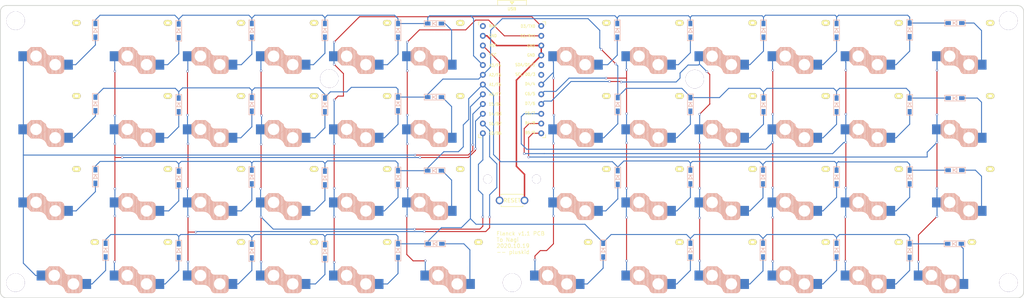
<source format=kicad_pcb>
(kicad_pcb (version 20171130) (host pcbnew "(5.1.4-0-10_14)")
  (title_block (title "Corne Light") (date 2018-12-26) (rev 2.1) (company foostan))
  (layers (0 F.Cu signal) (31 B.Cu signal) (34 B.Paste user) (35 F.Paste user) (36 B.SilkS user) (37 F.SilkS user) (38 B.Mask user) (39 F.Mask user) (44 Edge.Cuts user))
  (net 0 "")
  (net 1 row0)
  (net 2 "Net-(D1-Pad2)")
  (net 3 row1)
  (net 4 "Net-(D2-Pad2)")
  (net 5 row2)
  (net 6 "Net-(D3-Pad2)")
  (net 7 row3)
  (net 8 "Net-(D4-Pad2)")
  (net 9 "Net-(D5-Pad2)")
  (net 10 "Net-(D6-Pad2)")
  (net 11 "Net-(D7-Pad2)")
  (net 12 "Net-(D8-Pad2)")
  (net 13 "Net-(D9-Pad2)")
  (net 14 "Net-(D10-Pad2)")
  (net 15 "Net-(D11-Pad2)")
  (net 16 "Net-(D12-Pad2)")
  (net 17 "Net-(D13-Pad2)")
  (net 18 "Net-(D14-Pad2)")
  (net 19 "Net-(D15-Pad2)")
  (net 20 "Net-(D16-Pad2)")
  (net 21 "Net-(D17-Pad2)")
  (net 22 "Net-(D18-Pad2)")
  (net 23 "Net-(D19-Pad2)")
  (net 24 "Net-(D20-Pad2)")
  (net 25 "Net-(D21-Pad2)")
  (net 26 GND)
  (net 27 VCC)
  (net 28 col0)
  (net 29 col1)
  (net 30 col2)
  (net 31 col3)
  (net 32 col4)
  (net 33 col5)
  (net 34 reset)
  (net 35 "Net-(U1-Pad24)")
  (net 36 "Net-(D22-Pad2)")
  (net 37 "Net-(D23-Pad2)")
  (net 38 "Net-(D24-Pad2)")
  (net 39 "Net-(D25-Pad2)")
  (net 40 "Net-(D26-Pad2)")
  (net 41 "Net-(D27-Pad2)")
  (net 42 "Net-(D28-Pad2)")
  (net 43 "Net-(D29-Pad2)")
  (net 44 "Net-(D30-Pad2)")
  (net 45 "Net-(D31-Pad2)")
  (net 46 "Net-(D32-Pad2)")
  (net 47 "Net-(D33-Pad2)")
  (net 48 "Net-(D34-Pad2)")
  (net 49 "Net-(D35-Pad2)")
  (net 50 "Net-(D36-Pad2)")
  (net 51 "Net-(D37-Pad2)")
  (net 52 "Net-(D38-Pad2)")
  (net 53 "Net-(D39-Pad2)")
  (net 54 "Net-(D40-Pad2)")
  (net 55 "Net-(D41-Pad2)")
  (net 56 "Net-(D42-Pad2)")
  (net 57 "Net-(D43-Pad2)")
  (net 58 "Net-(D44-Pad2)")
  (net 59 "Net-(D45-Pad2)")
  (net 60 "Net-(D46-Pad2)")
  (net 61 "Net-(D47-Pad2)")
  (net 62 "Net-(D48-Pad2)")
  (net 63 col6)
  (net 64 col7)
  (net 65 col8)
  (net 66 col9)
  (net 67 colA)
  (net 68 colB)
  (net 69 "Net-(U1-Pad6)")
  (net 70 "Net-(U1-Pad5)")
  (module kbd:ChocV1_V2_Hotswap_1.5u (layer F.Cu) (at 28.855 47.5456)
    (fp_text reference SW1 hide)
    (fp_text value SW_PUSH hide)
    (pad "" np_thru_hole circle (at 5.5 0 90) (size 1.9 1.9) (drill 1.9) (layers *.Cu))
    (pad "" np_thru_hole circle (at -5.5 0 90) (size 1.9 1.9) (drill 1.9) (layers *.Cu))
    (pad "" np_thru_hole circle (at 0 0 90) (size 5 5) (drill 5) (layers *.Cu))
    (pad "" np_thru_hole circle (at 0 5.9 90) (size 3 3) (drill 3) (layers *.Cu *.Mask))
    (pad "" np_thru_hole circle (at -5 3.7 90) (size 3 3) (drill 3) (layers *.Cu *.Mask))
    (pad 2 smd rect (at 3.3 5.9 180) (size 2.6 2.6) (layers B.Cu B.Paste B.Mask) (net 2 "Net-(D1-Pad2)"))
    (pad 1 smd rect (at -8.3 3.7 180) (size 2.6 2.6) (layers B.Cu B.Paste B.Mask) (net 28 col0))
    (pad "" thru_hole oval (at 5.55 -5 180) (size 2.2 1.5) (drill oval 1 0.65) (layers *.Cu F.SilkS B.Mask))
  )
  (module kbd:ChocV1_V2_Hotswap (layer F.Cu) (at 90.7675 66.5956)
    (fp_text reference SW16 hide)
    (fp_text value SW_PUSH hide)
    (pad "" np_thru_hole circle (at 5.5 0 90) (size 1.9 1.9) (drill 1.9) (layers *.Cu))
    (pad "" np_thru_hole circle (at -5.5 0 90) (size 1.9 1.9) (drill 1.9) (layers *.Cu))
    (pad "" np_thru_hole circle (at 0 0 90) (size 5 5) (drill 5) (layers *.Cu))
    (pad "" np_thru_hole circle (at 0 5.9 90) (size 3 3) (drill 3) (layers *.Cu *.Mask))
    (pad "" np_thru_hole circle (at -5 3.7 90) (size 3 3) (drill 3) (layers *.Cu *.Mask))
    (pad 2 smd rect (at 3.3 5.9 180) (size 2.6 2.6) (layers B.Cu B.Paste B.Mask) (net 20 "Net-(D16-Pad2)"))
    (pad 1 smd rect (at -8.3 3.7 180) (size 2.6 2.6) (layers B.Cu B.Paste B.Mask) (net 31 col3))
    (pad "" thru_hole oval (at 5.55 -5 180) (size 2.2 1.5) (drill oval 1 0.65) (layers *.Cu F.SilkS B.Mask))
  )
  (module kbd:M2_Threads_v2 (layer F.Cu) (at 100.2925 57.0706)
    (fp_text reference H2 hide)
    (fp_text value MountingHole hide)
    (pad "" thru_hole circle (at 0 0) (size 4.8 4.8) (drill 4.8) (layers *.Cu *.Mask))
  )
  (module kbd:M2_Threads_v2 (layer F.Cu) (at 18.53625 41.98935)
    (fp_text reference H1 hide)
    (fp_text value MountingHole hide)
    (pad "" thru_hole circle (at 0 0) (size 4.8 4.8) (drill 4.8) (layers *.Cu *.Mask))
  )
  (module kbd:M2_Threads_v2 (layer F.Cu) (at 18.53625 110.25185)
    (fp_text reference H5 hide)
    (fp_text value MountingHole hide)
    (pad "" thru_hole circle (at 0 0) (size 4.8 4.8) (drill 4.8) (layers *.Cu *.Mask))
  )
  (module kbd:M2_Threads_v2 (layer B.Cu) (at 147.9175 110.25185)
    (fp_text reference H6 hide)
    (fp_text value MountingHole hide)
    (pad "" thru_hole circle (at 0 0) (size 4.8 4.8) (drill 4.8) (layers *.Cu *.Mask))
  )
  (module kbd:M2_Threads_v2 (layer F.Cu) (at 277.29875 110.25185)
    (fp_text reference H7 hide)
    (fp_text value MountingHole hide)
    (pad "" thru_hole circle (at 0 0) (size 4.8 4.8) (drill 4.8) (layers *.Cu *.Mask))
  )
  (module kbd:M2_Threads_v2 (layer F.Cu) (at 277.29875 41.98935)
    (fp_text reference H4 hide)
    (fp_text value MountingHole hide)
    (pad "" thru_hole circle (at 0 0) (size 4.8 4.8) (drill 4.8) (layers *.Cu *.Mask))
  )
  (module kbd:M2_Threads_v2 (layer F.Cu) (at 195.5425 57.1976)
    (fp_text reference H3 hide)
    (fp_text value MountingHole hide)
    (pad "" thru_hole circle (at 0 0) (size 4.8 4.8) (drill 4.8) (layers *.Cu *.Mask))
  )
  (module kbd:M2_Threads_v2 (layer F.Cu) (at 154.2675 83.26435)
    (fp_text reference H9 hide)
    (fp_text value MountingHole hide)
    (pad "" thru_hole circle (at 0 0) (size 2.3 2.3) (drill 2.3) (layers *.Cu *.Mask))
  )
  (module kbd:M2_Threads_v2 (layer F.Cu) (at 141.5675 83.26435)
    (fp_text reference H8 hide)
    (fp_text value MountingHole hide)
    (pad "" thru_hole circle (at 0 0) (size 2.3 2.3) (drill 2.3) (layers *.Cu *.Mask))
  )
  (module kbd:D3_SMD_v2 (layer B.Cu) (at 263.2335 100.1236)
    (fp_text reference D48 hide)
    (fp_text value D hide)
    (pad 2 smd rect (at 1.775 0) (size 1.4 1) (layers B.Cu B.Paste B.Mask) (net 62 "Net-(D48-Pad2)"))
    (pad 1 smd rect (at -1.775 0) (size 1.4 1) (layers B.Cu B.Paste B.Mask) (net 7 row3))
  )
  (module kbd:D3_SMD_v2 (layer B.Cu) (at 251.5495 101.9016 270)
    (fp_text reference D47 hide)
    (fp_text value D hide)
    (pad 2 smd rect (at 1.775 0 270) (size 1.4 1) (layers B.Cu B.Paste B.Mask) (net 61 "Net-(D47-Pad2)"))
    (pad 1 smd rect (at -1.775 0 270) (size 1.4 1) (layers B.Cu B.Paste B.Mask) (net 7 row3))
  )
  (module kbd:D3_SMD_v2 (layer B.Cu) (at 232.4995 101.7746 270)
    (fp_text reference D46 hide)
    (fp_text value D hide)
    (pad 2 smd rect (at 1.775 0 270) (size 1.4 1) (layers B.Cu B.Paste B.Mask) (net 60 "Net-(D46-Pad2)"))
    (pad 1 smd rect (at -1.775 0 270) (size 1.4 1) (layers B.Cu B.Paste B.Mask) (net 7 row3))
  )
  (module kbd:D3_SMD_v2 (layer B.Cu) (at 213.3225 101.7746 270)
    (fp_text reference D45 hide)
    (fp_text value D hide)
    (pad 2 smd rect (at 1.775 0 270) (size 1.4 1) (layers B.Cu B.Paste B.Mask) (net 59 "Net-(D45-Pad2)"))
    (pad 1 smd rect (at -1.775 0 270) (size 1.4 1) (layers B.Cu B.Paste B.Mask) (net 7 row3))
  )
  (module kbd:D3_SMD_v2 (layer B.Cu) (at 194.3995 101.7746 270)
    (fp_text reference D44 hide)
    (fp_text value D hide)
    (pad 2 smd rect (at 1.775 0 270) (size 1.4 1) (layers B.Cu B.Paste B.Mask) (net 58 "Net-(D44-Pad2)"))
    (pad 1 smd rect (at -1.775 0 270) (size 1.4 1) (layers B.Cu B.Paste B.Mask) (net 7 row3))
  )
  (module kbd:D3_SMD_v2 (layer B.Cu) (at 171.6665 101.7746 270)
    (fp_text reference D43 hide)
    (fp_text value D hide)
    (pad 2 smd rect (at 1.775 0 270) (size 1.4 1) (layers B.Cu B.Paste B.Mask) (net 57 "Net-(D43-Pad2)"))
    (pad 1 smd rect (at -1.775 0 270) (size 1.4 1) (layers B.Cu B.Paste B.Mask) (net 7 row3))
  )
  (module kbd:D3_SMD_v2 (layer B.Cu) (at 127.8515 100.1236)
    (fp_text reference D42 hide)
    (fp_text value D hide)
    (pad 2 smd rect (at 1.775 0) (size 1.4 1) (layers B.Cu B.Paste B.Mask) (net 56 "Net-(D42-Pad2)"))
    (pad 1 smd rect (at -1.775 0) (size 1.4 1) (layers B.Cu B.Paste B.Mask) (net 7 row3))
  )
  (module kbd:D3_SMD_v2 (layer B.Cu) (at 118.1995 101.9016 270)
    (fp_text reference D41 hide)
    (fp_text value D hide)
    (pad 2 smd rect (at 1.775 0 270) (size 1.4 1) (layers B.Cu B.Paste B.Mask) (net 55 "Net-(D41-Pad2)"))
    (pad 1 smd rect (at -1.775 0 270) (size 1.4 1) (layers B.Cu B.Paste B.Mask) (net 7 row3))
  )
  (module kbd:D3_SMD_v2 (layer B.Cu) (at 99.1495 102.1556 270)
    (fp_text reference D40 hide)
    (fp_text value D hide)
    (pad 2 smd rect (at 1.775 0 270) (size 1.4 1) (layers B.Cu B.Paste B.Mask) (net 54 "Net-(D40-Pad2)"))
    (pad 1 smd rect (at -1.775 0 270) (size 1.4 1) (layers B.Cu B.Paste B.Mask) (net 7 row3))
  )
  (module kbd:D3_SMD_v2 (layer B.Cu) (at 80.0995 102.0286 270)
    (fp_text reference D39 hide)
    (fp_text value D hide)
    (pad 2 smd rect (at 1.775 0 270) (size 1.4 1) (layers B.Cu B.Paste B.Mask) (net 53 "Net-(D39-Pad2)"))
    (pad 1 smd rect (at -1.775 0 270) (size 1.4 1) (layers B.Cu B.Paste B.Mask) (net 7 row3))
  )
  (module kbd:D3_SMD_v2 (layer B.Cu) (at 61.0495 101.9016 270)
    (fp_text reference D38 hide)
    (fp_text value D hide)
    (pad 2 smd rect (at 1.775 0 270) (size 1.4 1) (layers B.Cu B.Paste B.Mask) (net 52 "Net-(D38-Pad2)"))
    (pad 1 smd rect (at -1.775 0 270) (size 1.4 1) (layers B.Cu B.Paste B.Mask) (net 7 row3))
  )
  (module kbd:D3_SMD_v2 (layer B.Cu) (at 41.9995 101.7746 270)
    (fp_text reference D37 hide)
    (fp_text value D hide)
    (pad 2 smd rect (at 1.775 0 270) (size 1.4 1) (layers B.Cu B.Paste B.Mask) (net 51 "Net-(D37-Pad2)"))
    (pad 1 smd rect (at -1.775 0 270) (size 1.4 1) (layers B.Cu B.Paste B.Mask) (net 7 row3))
  )
  (module kbd:D3_SMD_v2 (layer B.Cu) (at 263.3605 80.9466)
    (fp_text reference D36 hide)
    (fp_text value D hide)
    (pad 2 smd rect (at 1.775 0) (size 1.4 1) (layers B.Cu B.Paste B.Mask) (net 50 "Net-(D36-Pad2)"))
    (pad 1 smd rect (at -1.775 0) (size 1.4 1) (layers B.Cu B.Paste B.Mask) (net 5 row2))
  )
  (module kbd:D3_SMD_v2 (layer B.Cu) (at 251.5495 82.7246 270)
    (fp_text reference D35 hide)
    (fp_text value D hide)
    (pad 2 smd rect (at 1.775 0 270) (size 1.4 1) (layers B.Cu B.Paste B.Mask) (net 49 "Net-(D35-Pad2)"))
    (pad 1 smd rect (at -1.775 0 270) (size 1.4 1) (layers B.Cu B.Paste B.Mask) (net 5 row2))
  )
  (module kbd:D3_SMD_v2 (layer B.Cu) (at 232.4995 82.7246 270)
    (fp_text reference D34 hide)
    (fp_text value D hide)
    (pad 2 smd rect (at 1.775 0 270) (size 1.4 1) (layers B.Cu B.Paste B.Mask) (net 48 "Net-(D34-Pad2)"))
    (pad 1 smd rect (at -1.775 0 270) (size 1.4 1) (layers B.Cu B.Paste B.Mask) (net 5 row2))
  )
  (module kbd:D3_SMD_v2 (layer B.Cu) (at 213.3225 82.7246 270)
    (fp_text reference D33 hide)
    (fp_text value D hide)
    (pad 2 smd rect (at 1.775 0 270) (size 1.4 1) (layers B.Cu B.Paste B.Mask) (net 47 "Net-(D33-Pad2)"))
    (pad 1 smd rect (at -1.775 0 270) (size 1.4 1) (layers B.Cu B.Paste B.Mask) (net 5 row2))
  )
  (module kbd:D3_SMD_v2 (layer B.Cu) (at 194.3995 82.7246 270)
    (fp_text reference D32 hide)
    (fp_text value D hide)
    (pad 2 smd rect (at 1.775 0 270) (size 1.4 1) (layers B.Cu B.Paste B.Mask) (net 46 "Net-(D32-Pad2)"))
    (pad 1 smd rect (at -1.775 0 270) (size 1.4 1) (layers B.Cu B.Paste B.Mask) (net 5 row2))
  )
  (module kbd:D3_SMD_v2 (layer B.Cu) (at 175.4765 82.8516 270)
    (fp_text reference D31 hide)
    (fp_text value D hide)
    (pad 2 smd rect (at 1.775 0 270) (size 1.4 1) (layers B.Cu B.Paste B.Mask) (net 45 "Net-(D31-Pad2)"))
    (pad 1 smd rect (at -1.775 0 270) (size 1.4 1) (layers B.Cu B.Paste B.Mask) (net 5 row2))
  )
  (module kbd:D3_SMD_v2 (layer B.Cu) (at 127.7245 81.0736)
    (fp_text reference D30 hide)
    (fp_text value D hide)
    (pad 2 smd rect (at 1.775 0) (size 1.4 1) (layers B.Cu B.Paste B.Mask) (net 44 "Net-(D30-Pad2)"))
    (pad 1 smd rect (at -1.775 0) (size 1.4 1) (layers B.Cu B.Paste B.Mask) (net 5 row2))
  )
  (module kbd:D3_SMD_v2 (layer B.Cu) (at 118.1995 82.8516 270)
    (fp_text reference D29 hide)
    (fp_text value D hide)
    (pad 2 smd rect (at 1.775 0 270) (size 1.4 1) (layers B.Cu B.Paste B.Mask) (net 43 "Net-(D29-Pad2)"))
    (pad 1 smd rect (at -1.775 0 270) (size 1.4 1) (layers B.Cu B.Paste B.Mask) (net 5 row2))
  )
  (module kbd:D3_SMD_v2 (layer B.Cu) (at 99.1495 82.9786 270)
    (fp_text reference D28 hide)
    (fp_text value D hide)
    (pad 2 smd rect (at 1.775 0 270) (size 1.4 1) (layers B.Cu B.Paste B.Mask) (net 42 "Net-(D28-Pad2)"))
    (pad 1 smd rect (at -1.775 0 270) (size 1.4 1) (layers B.Cu B.Paste B.Mask) (net 5 row2))
  )
  (module kbd:D3_SMD_v2 (layer B.Cu) (at 80.0995 82.7246 270)
    (fp_text reference D27 hide)
    (fp_text value D hide)
    (pad 2 smd rect (at 1.775 0 270) (size 1.4 1) (layers B.Cu B.Paste B.Mask) (net 41 "Net-(D27-Pad2)"))
    (pad 1 smd rect (at -1.775 0 270) (size 1.4 1) (layers B.Cu B.Paste B.Mask) (net 5 row2))
  )
  (module kbd:D3_SMD_v2 (layer B.Cu) (at 61.0495 82.9786 270)
    (fp_text reference D26 hide)
    (fp_text value D hide)
    (pad 2 smd rect (at 1.775 0 270) (size 1.4 1) (layers B.Cu B.Paste B.Mask) (net 40 "Net-(D26-Pad2)"))
    (pad 1 smd rect (at -1.775 0 270) (size 1.4 1) (layers B.Cu B.Paste B.Mask) (net 5 row2))
  )
  (module kbd:D3_SMD_v2 (layer B.Cu) (at 39.3325 82.5976 270)
    (fp_text reference D25 hide)
    (fp_text value D hide)
    (pad 2 smd rect (at 1.775 0 270) (size 1.4 1) (layers B.Cu B.Paste B.Mask) (net 39 "Net-(D25-Pad2)"))
    (pad 1 smd rect (at -1.775 0 270) (size 1.4 1) (layers B.Cu B.Paste B.Mask) (net 5 row2))
  )
  (module kbd:D3_SMD_v2 (layer B.Cu) (at 263.3605 62.1506)
    (fp_text reference D24 hide)
    (fp_text value D hide)
    (pad 2 smd rect (at 1.775 0) (size 1.4 1) (layers B.Cu B.Paste B.Mask) (net 38 "Net-(D24-Pad2)"))
    (pad 1 smd rect (at -1.775 0) (size 1.4 1) (layers B.Cu B.Paste B.Mask) (net 3 row1))
  )
  (module kbd:D3_SMD_v2 (layer B.Cu) (at 251.5495 63.9286 270)
    (fp_text reference D23 hide)
    (fp_text value D hide)
    (pad 2 smd rect (at 1.775 0 270) (size 1.4 1) (layers B.Cu B.Paste B.Mask) (net 37 "Net-(D23-Pad2)"))
    (pad 1 smd rect (at -1.775 0 270) (size 1.4 1) (layers B.Cu B.Paste B.Mask) (net 3 row1))
  )
  (module kbd:D3_SMD_v2 (layer B.Cu) (at 232.4995 63.9286 270)
    (fp_text reference D22 hide)
    (fp_text value D hide)
    (pad 2 smd rect (at 1.775 0 270) (size 1.4 1) (layers B.Cu B.Paste B.Mask) (net 36 "Net-(D22-Pad2)"))
    (pad 1 smd rect (at -1.775 0 270) (size 1.4 1) (layers B.Cu B.Paste B.Mask) (net 3 row1))
  )
  (module kbd:D3_SMD_v2 (layer B.Cu) (at 213.4495 63.9286 270)
    (fp_text reference D21 hide)
    (fp_text value D hide)
    (pad 2 smd rect (at 1.775 0 270) (size 1.4 1) (layers B.Cu B.Paste B.Mask) (net 25 "Net-(D21-Pad2)"))
    (pad 1 smd rect (at -1.775 0 270) (size 1.4 1) (layers B.Cu B.Paste B.Mask) (net 3 row1))
  )
  (module kbd:D3_SMD_v2 (layer B.Cu) (at 194.3995 63.8016 270)
    (fp_text reference D20 hide)
    (fp_text value D hide)
    (pad 2 smd rect (at 1.775 0 270) (size 1.4 1) (layers B.Cu B.Paste B.Mask) (net 24 "Net-(D20-Pad2)"))
    (pad 1 smd rect (at -1.775 0 270) (size 1.4 1) (layers B.Cu B.Paste B.Mask) (net 3 row1))
  )
  (module kbd:D3_SMD_v2 (layer B.Cu) (at 175.4765 63.8016 270)
    (fp_text reference D19 hide)
    (fp_text value D hide)
    (pad 2 smd rect (at 1.775 0 270) (size 1.4 1) (layers B.Cu B.Paste B.Mask) (net 23 "Net-(D19-Pad2)"))
    (pad 1 smd rect (at -1.775 0 270) (size 1.4 1) (layers B.Cu B.Paste B.Mask) (net 3 row1))
  )
  (module kbd:D3_SMD_v2 (layer B.Cu) (at 127.7245 61.8966)
    (fp_text reference D18 hide)
    (fp_text value D hide)
    (pad 2 smd rect (at 1.775 0) (size 1.4 1) (layers B.Cu B.Paste B.Mask) (net 22 "Net-(D18-Pad2)"))
    (pad 1 smd rect (at -1.775 0) (size 1.4 1) (layers B.Cu B.Paste B.Mask) (net 3 row1))
  )
  (module kbd:D3_SMD_v2 (layer B.Cu) (at 118.1995 63.6746 270)
    (fp_text reference D17 hide)
    (fp_text value D hide)
    (pad 2 smd rect (at 1.775 0 270) (size 1.4 1) (layers B.Cu B.Paste B.Mask) (net 21 "Net-(D17-Pad2)"))
    (pad 1 smd rect (at -1.775 0 270) (size 1.4 1) (layers B.Cu B.Paste B.Mask) (net 3 row1))
  )
  (module kbd:D3_SMD_v2 (layer B.Cu) (at 99.1495 63.9286 270)
    (fp_text reference D16 hide)
    (fp_text value D hide)
    (pad 2 smd rect (at 1.775 0 270) (size 1.4 1) (layers B.Cu B.Paste B.Mask) (net 20 "Net-(D16-Pad2)"))
    (pad 1 smd rect (at -1.775 0 270) (size 1.4 1) (layers B.Cu B.Paste B.Mask) (net 3 row1))
  )
  (module kbd:D3_SMD_v2 (layer B.Cu) (at 80.0995 63.8016 270)
    (fp_text reference D15 hide)
    (fp_text value D hide)
    (pad 2 smd rect (at 1.775 0 270) (size 1.4 1) (layers B.Cu B.Paste B.Mask) (net 19 "Net-(D15-Pad2)"))
    (pad 1 smd rect (at -1.775 0 270) (size 1.4 1) (layers B.Cu B.Paste B.Mask) (net 3 row1))
  )
  (module kbd:D3_SMD_v2 (layer B.Cu) (at 61.0495 63.9286 270)
    (fp_text reference D14 hide)
    (fp_text value D hide)
    (pad 2 smd rect (at 1.775 0 270) (size 1.4 1) (layers B.Cu B.Paste B.Mask) (net 18 "Net-(D14-Pad2)"))
    (pad 1 smd rect (at -1.775 0 270) (size 1.4 1) (layers B.Cu B.Paste B.Mask) (net 3 row1))
  )
  (module kbd:D3_SMD_v2 (layer B.Cu) (at 39.3325 63.6716 270)
    (fp_text reference D13 hide)
    (fp_text value D hide)
    (pad 2 smd rect (at 1.775 0 270) (size 1.4 1) (layers B.Cu B.Paste B.Mask) (net 17 "Net-(D13-Pad2)"))
    (pad 1 smd rect (at -1.775 0 270) (size 1.4 1) (layers B.Cu B.Paste B.Mask) (net 3 row1))
  )
  (module kbd:D3_SMD_v2 (layer B.Cu) (at 263.3605 42.5926)
    (fp_text reference D12 hide)
    (fp_text value D hide)
    (pad 2 smd rect (at 1.775 0) (size 1.4 1) (layers B.Cu B.Paste B.Mask) (net 16 "Net-(D12-Pad2)"))
    (pad 1 smd rect (at -1.775 0) (size 1.4 1) (layers B.Cu B.Paste B.Mask) (net 1 row0))
  )
  (module kbd:D3_SMD_v2 (layer B.Cu) (at 251.5495 44.3706 270)
    (fp_text reference D11 hide)
    (fp_text value D hide)
    (pad 2 smd rect (at 1.775 0 270) (size 1.4 1) (layers B.Cu B.Paste B.Mask) (net 15 "Net-(D11-Pad2)"))
    (pad 1 smd rect (at -1.775 0 270) (size 1.4 1) (layers B.Cu B.Paste B.Mask) (net 1 row0))
  )
  (module kbd:D3_SMD_v2 (layer B.Cu) (at 232.4995 44.4976 270)
    (fp_text reference D10 hide)
    (fp_text value D hide)
    (pad 2 smd rect (at 1.775 0 270) (size 1.4 1) (layers B.Cu B.Paste B.Mask) (net 14 "Net-(D10-Pad2)"))
    (pad 1 smd rect (at -1.775 0 270) (size 1.4 1) (layers B.Cu B.Paste B.Mask) (net 1 row0))
  )
  (module kbd:D3_SMD_v2 (layer B.Cu) (at 213.4495 44.4976 270)
    (fp_text reference D9 hide)
    (fp_text value D hide)
    (pad 2 smd rect (at 1.775 0 270) (size 1.4 1) (layers B.Cu B.Paste B.Mask) (net 13 "Net-(D9-Pad2)"))
    (pad 1 smd rect (at -1.775 0 270) (size 1.4 1) (layers B.Cu B.Paste B.Mask) (net 1 row0))
  )
  (module kbd:D3_SMD_v2 (layer B.Cu) (at 194.3995 44.5006 270)
    (fp_text reference D8 hide)
    (fp_text value D hide)
    (pad 2 smd rect (at 1.775 0 270) (size 1.4 1) (layers B.Cu B.Paste B.Mask) (net 12 "Net-(D8-Pad2)"))
    (pad 1 smd rect (at -1.775 0 270) (size 1.4 1) (layers B.Cu B.Paste B.Mask) (net 1 row0))
  )
  (module kbd:D3_SMD_v2 (layer B.Cu) (at 175.3495 44.5006 270)
    (fp_text reference D7 hide)
    (fp_text value D hide)
    (pad 2 smd rect (at 1.775 0 270) (size 1.4 1) (layers B.Cu B.Paste B.Mask) (net 11 "Net-(D7-Pad2)"))
    (pad 1 smd rect (at -1.775 0 270) (size 1.4 1) (layers B.Cu B.Paste B.Mask) (net 1 row0))
  )
  (module kbd:D3_SMD_v2 (layer B.Cu) (at 127.7245 42.7196)
    (fp_text reference D6 hide)
    (fp_text value D hide)
    (pad 2 smd rect (at 1.775 0) (size 1.4 1) (layers B.Cu B.Paste B.Mask) (net 10 "Net-(D6-Pad2)"))
    (pad 1 smd rect (at -1.775 0) (size 1.4 1) (layers B.Cu B.Paste B.Mask) (net 1 row0))
  )
  (module kbd:D3_SMD_v2 (layer B.Cu) (at 118.1995 44.5006 270)
    (fp_text reference D5 hide)
    (fp_text value D hide)
    (pad 2 smd rect (at 1.775 0 270) (size 1.4 1) (layers B.Cu B.Paste B.Mask) (net 9 "Net-(D5-Pad2)"))
    (pad 1 smd rect (at -1.775 0 270) (size 1.4 1) (layers B.Cu B.Paste B.Mask) (net 1 row0))
  )
  (module kbd:D3_SMD_v2 (layer B.Cu) (at 99.1495 44.4976 270)
    (fp_text reference D4 hide)
    (fp_text value D hide)
    (pad 2 smd rect (at 1.775 0 270) (size 1.4 1) (layers B.Cu B.Paste B.Mask) (net 8 "Net-(D4-Pad2)"))
    (pad 1 smd rect (at -1.775 0 270) (size 1.4 1) (layers B.Cu B.Paste B.Mask) (net 1 row0))
  )
  (module kbd:D3_SMD_v2 (layer B.Cu) (at 80.0995 44.4976 270)
    (fp_text reference D3 hide)
    (fp_text value D hide)
    (pad 2 smd rect (at 1.775 0 270) (size 1.4 1) (layers B.Cu B.Paste B.Mask) (net 6 "Net-(D3-Pad2)"))
    (pad 1 smd rect (at -1.775 0 270) (size 1.4 1) (layers B.Cu B.Paste B.Mask) (net 1 row0))
  )
  (module kbd:D3_SMD_v2 (layer B.Cu) (at 61.0495 44.6246 270)
    (fp_text reference D2 hide)
    (fp_text value D hide)
    (pad 2 smd rect (at 1.775 0 270) (size 1.4 1) (layers B.Cu B.Paste B.Mask) (net 4 "Net-(D2-Pad2)"))
    (pad 1 smd rect (at -1.775 0 270) (size 1.4 1) (layers B.Cu B.Paste B.Mask) (net 1 row0))
  )
  (module kbd:D3_SMD_v2 (layer B.Cu) (at 39.3325 44.4946 270)
    (fp_text reference D1 hide)
    (fp_text value D hide)
    (pad 2 smd rect (at 1.775 0 270) (size 1.4 1) (layers B.Cu B.Paste B.Mask) (net 2 "Net-(D1-Pad2)"))
    (pad 1 smd rect (at -1.775 0 270) (size 1.4 1) (layers B.Cu B.Paste B.Mask) (net 1 row0))
  )
  (module kbd:ChocV1_V2_Hotswap (layer F.Cu) (at 33.6175 104.6956)
    (fp_text reference SW37 hide)
    (fp_text value SW_PUSH hide)
    (pad "" np_thru_hole circle (at 5.5 0 90) (size 1.9 1.9) (drill 1.9) (layers *.Cu))
    (pad "" np_thru_hole circle (at -5.5 0 90) (size 1.9 1.9) (drill 1.9) (layers *.Cu))
    (pad "" np_thru_hole circle (at 0 0 90) (size 5 5) (drill 5) (layers *.Cu))
    (pad "" np_thru_hole circle (at 0 5.9 90) (size 3 3) (drill 3) (layers *.Cu *.Mask))
    (pad "" np_thru_hole circle (at -5 3.7 90) (size 3 3) (drill 3) (layers *.Cu *.Mask))
    (pad 2 smd rect (at 3.3 5.9 180) (size 2.6 2.6) (layers B.Cu B.Paste B.Mask) (net 51 "Net-(D37-Pad2)"))
    (pad 1 smd rect (at -8.3 3.7 180) (size 2.6 2.6) (layers B.Cu B.Paste B.Mask) (net 28 col0))
    (pad "" thru_hole oval (at 5.55 -5 180) (size 2.2 1.5) (drill oval 1 0.65) (layers *.Cu F.SilkS B.Mask))
  )
  (module kbd:ChocV1_V2_Hotswap (layer F.Cu) (at 262.2175 104.6956)
    (fp_text reference SW48 hide)
    (fp_text value SW_PUSH hide)
    (pad "" np_thru_hole circle (at 5.5 0 90) (size 1.9 1.9) (drill 1.9) (layers *.Cu))
    (pad "" np_thru_hole circle (at -5.5 0 90) (size 1.9 1.9) (drill 1.9) (layers *.Cu))
    (pad "" np_thru_hole circle (at 0 0 90) (size 5 5) (drill 5) (layers *.Cu))
    (pad "" np_thru_hole circle (at 0 5.9 90) (size 3 3) (drill 3) (layers *.Cu *.Mask))
    (pad "" np_thru_hole circle (at -5 3.7 90) (size 3 3) (drill 3) (layers *.Cu *.Mask))
    (pad 2 smd rect (at 3.3 5.9 180) (size 2.6 2.6) (layers B.Cu B.Paste B.Mask) (net 62 "Net-(D48-Pad2)"))
    (pad 1 smd rect (at -8.3 3.7 180) (size 2.6 2.6) (layers B.Cu B.Paste B.Mask) (net 68 colB))
    (pad "" thru_hole oval (at 5.55 -5 180) (size 2.2 1.5) (drill oval 1 0.65) (layers *.Cu F.SilkS B.Mask))
  )
  (module kbd:ChocV1_V2_Hotswap (layer F.Cu) (at 243.1675 104.6956)
    (fp_text reference SW47 hide)
    (fp_text value SW_PUSH hide)
    (pad "" np_thru_hole circle (at 5.5 0 90) (size 1.9 1.9) (drill 1.9) (layers *.Cu))
    (pad "" np_thru_hole circle (at -5.5 0 90) (size 1.9 1.9) (drill 1.9) (layers *.Cu))
    (pad "" np_thru_hole circle (at 0 0 90) (size 5 5) (drill 5) (layers *.Cu))
    (pad "" np_thru_hole circle (at 0 5.9 90) (size 3 3) (drill 3) (layers *.Cu *.Mask))
    (pad "" np_thru_hole circle (at -5 3.7 90) (size 3 3) (drill 3) (layers *.Cu *.Mask))
    (pad 2 smd rect (at 3.3 5.9 180) (size 2.6 2.6) (layers B.Cu B.Paste B.Mask) (net 61 "Net-(D47-Pad2)"))
    (pad 1 smd rect (at -8.3 3.7 180) (size 2.6 2.6) (layers B.Cu B.Paste B.Mask) (net 67 colA))
    (pad "" thru_hole oval (at 5.55 -5 180) (size 2.2 1.5) (drill oval 1 0.65) (layers *.Cu F.SilkS B.Mask))
  )
  (module kbd:ChocV1_V2_Hotswap (layer F.Cu) (at 224.1175 104.6956)
    (fp_text reference SW46 hide)
    (fp_text value SW_PUSH hide)
    (pad "" np_thru_hole circle (at 5.5 0 90) (size 1.9 1.9) (drill 1.9) (layers *.Cu))
    (pad "" np_thru_hole circle (at -5.5 0 90) (size 1.9 1.9) (drill 1.9) (layers *.Cu))
    (pad "" np_thru_hole circle (at 0 0 90) (size 5 5) (drill 5) (layers *.Cu))
    (pad "" np_thru_hole circle (at 0 5.9 90) (size 3 3) (drill 3) (layers *.Cu *.Mask))
    (pad "" np_thru_hole circle (at -5 3.7 90) (size 3 3) (drill 3) (layers *.Cu *.Mask))
    (pad 2 smd rect (at 3.3 5.9 180) (size 2.6 2.6) (layers B.Cu B.Paste B.Mask) (net 60 "Net-(D46-Pad2)"))
    (pad 1 smd rect (at -8.3 3.7 180) (size 2.6 2.6) (layers B.Cu B.Paste B.Mask) (net 66 col9))
    (pad "" thru_hole oval (at 5.55 -5 180) (size 2.2 1.5) (drill oval 1 0.65) (layers *.Cu F.SilkS B.Mask))
  )
  (module kbd:ChocV1_V2_Hotswap_1.5u (layer F.Cu) (at 133.63 104.6956)
    (fp_text reference SW42 hide)
    (fp_text value SW_PUSH hide)
    (pad "" np_thru_hole circle (at 5.5 0 90) (size 1.9 1.9) (drill 1.9) (layers *.Cu))
    (pad "" np_thru_hole circle (at -5.5 0 90) (size 1.9 1.9) (drill 1.9) (layers *.Cu))
    (pad "" np_thru_hole circle (at 0 0 90) (size 5 5) (drill 5) (layers *.Cu))
    (pad "" np_thru_hole circle (at 0 5.9 90) (size 3 3) (drill 3) (layers *.Cu *.Mask))
    (pad "" np_thru_hole circle (at -5 3.7 90) (size 3 3) (drill 3) (layers *.Cu *.Mask))
    (pad 2 smd rect (at 3.3 5.9 180) (size 2.6 2.6) (layers B.Cu B.Paste B.Mask) (net 56 "Net-(D42-Pad2)"))
    (pad 1 smd rect (at -8.3 3.7 180) (size 2.6 2.6) (layers B.Cu B.Paste B.Mask) (net 33 col5))
    (pad "" thru_hole oval (at 5.55 -5 180) (size 2.2 1.5) (drill oval 1 0.65) (layers *.Cu F.SilkS B.Mask))
  )
  (module kbd:ChocV1_V2_Hotswap (layer F.Cu) (at 109.8175 104.6956)
    (fp_text reference SW41 hide)
    (fp_text value SW_PUSH hide)
    (pad "" np_thru_hole circle (at 5.5 0 90) (size 1.9 1.9) (drill 1.9) (layers *.Cu))
    (pad "" np_thru_hole circle (at -5.5 0 90) (size 1.9 1.9) (drill 1.9) (layers *.Cu))
    (pad "" np_thru_hole circle (at 0 0 90) (size 5 5) (drill 5) (layers *.Cu))
    (pad "" np_thru_hole circle (at 0 5.9 90) (size 3 3) (drill 3) (layers *.Cu *.Mask))
    (pad "" np_thru_hole circle (at -5 3.7 90) (size 3 3) (drill 3) (layers *.Cu *.Mask))
    (pad 2 smd rect (at 3.3 5.9 180) (size 2.6 2.6) (layers B.Cu B.Paste B.Mask) (net 55 "Net-(D41-Pad2)"))
    (pad 1 smd rect (at -8.3 3.7 180) (size 2.6 2.6) (layers B.Cu B.Paste B.Mask) (net 32 col4))
    (pad "" thru_hole oval (at 5.55 -5 180) (size 2.2 1.5) (drill oval 1 0.65) (layers *.Cu F.SilkS B.Mask))
  )
  (module kbd:ChocV1_V2_Hotswap (layer F.Cu) (at 90.7675 104.6956)
    (fp_text reference SW40 hide)
    (fp_text value SW_PUSH hide)
    (pad "" np_thru_hole circle (at 5.5 0 90) (size 1.9 1.9) (drill 1.9) (layers *.Cu))
    (pad "" np_thru_hole circle (at -5.5 0 90) (size 1.9 1.9) (drill 1.9) (layers *.Cu))
    (pad "" np_thru_hole circle (at 0 0 90) (size 5 5) (drill 5) (layers *.Cu))
    (pad "" np_thru_hole circle (at 0 5.9 90) (size 3 3) (drill 3) (layers *.Cu *.Mask))
    (pad "" np_thru_hole circle (at -5 3.7 90) (size 3 3) (drill 3) (layers *.Cu *.Mask))
    (pad 2 smd rect (at 3.3 5.9 180) (size 2.6 2.6) (layers B.Cu B.Paste B.Mask) (net 54 "Net-(D40-Pad2)"))
    (pad 1 smd rect (at -8.3 3.7 180) (size 2.6 2.6) (layers B.Cu B.Paste B.Mask) (net 31 col3))
    (pad "" thru_hole oval (at 5.55 -5 180) (size 2.2 1.5) (drill oval 1 0.65) (layers *.Cu F.SilkS B.Mask))
  )
  (module kbd:ChocV1_V2_Hotswap_1.5u (layer F.Cu) (at 266.98 85.6456)
    (fp_text reference SW36 hide)
    (fp_text value SW_PUSH hide)
    (pad "" np_thru_hole circle (at 5.5 0 90) (size 1.9 1.9) (drill 1.9) (layers *.Cu))
    (pad "" np_thru_hole circle (at -5.5 0 90) (size 1.9 1.9) (drill 1.9) (layers *.Cu))
    (pad "" np_thru_hole circle (at 0 0 90) (size 5 5) (drill 5) (layers *.Cu))
    (pad "" np_thru_hole circle (at 0 5.9 90) (size 3 3) (drill 3) (layers *.Cu *.Mask))
    (pad "" np_thru_hole circle (at -5 3.7 90) (size 3 3) (drill 3) (layers *.Cu *.Mask))
    (pad 2 smd rect (at 3.3 5.9 180) (size 2.6 2.6) (layers B.Cu B.Paste B.Mask) (net 50 "Net-(D36-Pad2)"))
    (pad 1 smd rect (at -8.3 3.7 180) (size 2.6 2.6) (layers B.Cu B.Paste B.Mask) (net 68 colB))
    (pad "" thru_hole oval (at 5.55 -5 180) (size 2.2 1.5) (drill oval 1 0.65) (layers *.Cu F.SilkS B.Mask))
  )
  (module kbd:ChocV1_V2_Hotswap (layer F.Cu) (at 243.1675 85.6456)
    (fp_text reference SW35 hide)
    (fp_text value SW_PUSH hide)
    (pad "" np_thru_hole circle (at 5.5 0 90) (size 1.9 1.9) (drill 1.9) (layers *.Cu))
    (pad "" np_thru_hole circle (at -5.5 0 90) (size 1.9 1.9) (drill 1.9) (layers *.Cu))
    (pad "" np_thru_hole circle (at 0 0 90) (size 5 5) (drill 5) (layers *.Cu))
    (pad "" np_thru_hole circle (at 0 5.9 90) (size 3 3) (drill 3) (layers *.Cu *.Mask))
    (pad "" np_thru_hole circle (at -5 3.7 90) (size 3 3) (drill 3) (layers *.Cu *.Mask))
    (pad 2 smd rect (at 3.3 5.9 180) (size 2.6 2.6) (layers B.Cu B.Paste B.Mask) (net 49 "Net-(D35-Pad2)"))
    (pad 1 smd rect (at -8.3 3.7 180) (size 2.6 2.6) (layers B.Cu B.Paste B.Mask) (net 67 colA))
    (pad "" thru_hole oval (at 5.55 -5 180) (size 2.2 1.5) (drill oval 1 0.65) (layers *.Cu F.SilkS B.Mask))
  )
  (module kbd:ChocV1_V2_Hotswap (layer F.Cu) (at 224.1175 85.6456)
    (fp_text reference SW34 hide)
    (fp_text value SW_PUSH hide)
    (pad "" np_thru_hole circle (at 5.5 0 90) (size 1.9 1.9) (drill 1.9) (layers *.Cu))
    (pad "" np_thru_hole circle (at -5.5 0 90) (size 1.9 1.9) (drill 1.9) (layers *.Cu))
    (pad "" np_thru_hole circle (at 0 0 90) (size 5 5) (drill 5) (layers *.Cu))
    (pad "" np_thru_hole circle (at 0 5.9 90) (size 3 3) (drill 3) (layers *.Cu *.Mask))
    (pad "" np_thru_hole circle (at -5 3.7 90) (size 3 3) (drill 3) (layers *.Cu *.Mask))
    (pad 2 smd rect (at 3.3 5.9 180) (size 2.6 2.6) (layers B.Cu B.Paste B.Mask) (net 48 "Net-(D34-Pad2)"))
    (pad 1 smd rect (at -8.3 3.7 180) (size 2.6 2.6) (layers B.Cu B.Paste B.Mask) (net 66 col9))
    (pad "" thru_hole oval (at 5.55 -5 180) (size 2.2 1.5) (drill oval 1 0.65) (layers *.Cu F.SilkS B.Mask))
  )
  (module kbd:ChocV1_V2_Hotswap (layer F.Cu) (at 205.0675 85.6456)
    (fp_text reference SW33 hide)
    (fp_text value SW_PUSH hide)
    (pad "" np_thru_hole circle (at 5.5 0 90) (size 1.9 1.9) (drill 1.9) (layers *.Cu))
    (pad "" np_thru_hole circle (at -5.5 0 90) (size 1.9 1.9) (drill 1.9) (layers *.Cu))
    (pad "" np_thru_hole circle (at 0 0 90) (size 5 5) (drill 5) (layers *.Cu))
    (pad "" np_thru_hole circle (at 0 5.9 90) (size 3 3) (drill 3) (layers *.Cu *.Mask))
    (pad "" np_thru_hole circle (at -5 3.7 90) (size 3 3) (drill 3) (layers *.Cu *.Mask))
    (pad 2 smd rect (at 3.3 5.9 180) (size 2.6 2.6) (layers B.Cu B.Paste B.Mask) (net 47 "Net-(D33-Pad2)"))
    (pad 1 smd rect (at -8.3 3.7 180) (size 2.6 2.6) (layers B.Cu B.Paste B.Mask) (net 65 col8))
    (pad "" thru_hole oval (at 5.55 -5 180) (size 2.2 1.5) (drill oval 1 0.65) (layers *.Cu F.SilkS B.Mask))
  )
  (module kbd:ChocV1_V2_Hotswap (layer F.Cu) (at 186.0175 85.6456)
    (fp_text reference SW32 hide)
    (fp_text value SW_PUSH hide)
    (pad "" np_thru_hole circle (at 5.5 0 90) (size 1.9 1.9) (drill 1.9) (layers *.Cu))
    (pad "" np_thru_hole circle (at -5.5 0 90) (size 1.9 1.9) (drill 1.9) (layers *.Cu))
    (pad "" np_thru_hole circle (at 0 0 90) (size 5 5) (drill 5) (layers *.Cu))
    (pad "" np_thru_hole circle (at 0 5.9 90) (size 3 3) (drill 3) (layers *.Cu *.Mask))
    (pad "" np_thru_hole circle (at -5 3.7 90) (size 3 3) (drill 3) (layers *.Cu *.Mask))
    (pad 2 smd rect (at 3.3 5.9 180) (size 2.6 2.6) (layers B.Cu B.Paste B.Mask) (net 46 "Net-(D32-Pad2)"))
    (pad 1 smd rect (at -8.3 3.7 180) (size 2.6 2.6) (layers B.Cu B.Paste B.Mask) (net 64 col7))
    (pad "" thru_hole oval (at 5.55 -5 180) (size 2.2 1.5) (drill oval 1 0.65) (layers *.Cu F.SilkS B.Mask))
  )
  (module kbd:ChocV1_V2_Hotswap (layer F.Cu) (at 166.9675 85.6456)
    (fp_text reference SW31 hide)
    (fp_text value SW_PUSH hide)
    (pad "" np_thru_hole circle (at 5.5 0 90) (size 1.9 1.9) (drill 1.9) (layers *.Cu))
    (pad "" np_thru_hole circle (at -5.5 0 90) (size 1.9 1.9) (drill 1.9) (layers *.Cu))
    (pad "" np_thru_hole circle (at 0 0 90) (size 5 5) (drill 5) (layers *.Cu))
    (pad "" np_thru_hole circle (at 0 5.9 90) (size 3 3) (drill 3) (layers *.Cu *.Mask))
    (pad "" np_thru_hole circle (at -5 3.7 90) (size 3 3) (drill 3) (layers *.Cu *.Mask))
    (pad 2 smd rect (at 3.3 5.9 180) (size 2.6 2.6) (layers B.Cu B.Paste B.Mask) (net 45 "Net-(D31-Pad2)"))
    (pad 1 smd rect (at -8.3 3.7 180) (size 2.6 2.6) (layers B.Cu B.Paste B.Mask) (net 63 col6))
    (pad "" thru_hole oval (at 5.55 -5 180) (size 2.2 1.5) (drill oval 1 0.65) (layers *.Cu F.SilkS B.Mask))
  )
  (module kbd:ChocV1_V2_Hotswap (layer F.Cu) (at 128.8675 85.6456)
    (fp_text reference SW30 hide)
    (fp_text value SW_PUSH hide)
    (pad "" np_thru_hole circle (at 5.5 0 90) (size 1.9 1.9) (drill 1.9) (layers *.Cu))
    (pad "" np_thru_hole circle (at -5.5 0 90) (size 1.9 1.9) (drill 1.9) (layers *.Cu))
    (pad "" np_thru_hole circle (at 0 0 90) (size 5 5) (drill 5) (layers *.Cu))
    (pad "" np_thru_hole circle (at 0 5.9 90) (size 3 3) (drill 3) (layers *.Cu *.Mask))
    (pad "" np_thru_hole circle (at -5 3.7 90) (size 3 3) (drill 3) (layers *.Cu *.Mask))
    (pad 2 smd rect (at 3.3 5.9 180) (size 2.6 2.6) (layers B.Cu B.Paste B.Mask) (net 44 "Net-(D30-Pad2)"))
    (pad 1 smd rect (at -8.3 3.7 180) (size 2.6 2.6) (layers B.Cu B.Paste B.Mask) (net 33 col5))
    (pad "" thru_hole oval (at 5.55 -5 180) (size 2.2 1.5) (drill oval 1 0.65) (layers *.Cu F.SilkS B.Mask))
  )
  (module kbd:ChocV1_V2_Hotswap (layer F.Cu) (at 109.8175 85.6456)
    (fp_text reference SW29 hide)
    (fp_text value SW_PUSH hide)
    (pad "" np_thru_hole circle (at 5.5 0 90) (size 1.9 1.9) (drill 1.9) (layers *.Cu))
    (pad "" np_thru_hole circle (at -5.5 0 90) (size 1.9 1.9) (drill 1.9) (layers *.Cu))
    (pad "" np_thru_hole circle (at 0 0 90) (size 5 5) (drill 5) (layers *.Cu))
    (pad "" np_thru_hole circle (at 0 5.9 90) (size 3 3) (drill 3) (layers *.Cu *.Mask))
    (pad "" np_thru_hole circle (at -5 3.7 90) (size 3 3) (drill 3) (layers *.Cu *.Mask))
    (pad 2 smd rect (at 3.3 5.9 180) (size 2.6 2.6) (layers B.Cu B.Paste B.Mask) (net 43 "Net-(D29-Pad2)"))
    (pad 1 smd rect (at -8.3 3.7 180) (size 2.6 2.6) (layers B.Cu B.Paste B.Mask) (net 32 col4))
    (pad "" thru_hole oval (at 5.55 -5 180) (size 2.2 1.5) (drill oval 1 0.65) (layers *.Cu F.SilkS B.Mask))
  )
  (module kbd:ChocV1_V2_Hotswap (layer F.Cu) (at 90.7675 85.6456)
    (fp_text reference SW28 hide)
    (fp_text value SW_PUSH hide)
    (pad "" np_thru_hole circle (at 5.5 0 90) (size 1.9 1.9) (drill 1.9) (layers *.Cu))
    (pad "" np_thru_hole circle (at -5.5 0 90) (size 1.9 1.9) (drill 1.9) (layers *.Cu))
    (pad "" np_thru_hole circle (at 0 0 90) (size 5 5) (drill 5) (layers *.Cu))
    (pad "" np_thru_hole circle (at 0 5.9 90) (size 3 3) (drill 3) (layers *.Cu *.Mask))
    (pad "" np_thru_hole circle (at -5 3.7 90) (size 3 3) (drill 3) (layers *.Cu *.Mask))
    (pad 2 smd rect (at 3.3 5.9 180) (size 2.6 2.6) (layers B.Cu B.Paste B.Mask) (net 42 "Net-(D28-Pad2)"))
    (pad 1 smd rect (at -8.3 3.7 180) (size 2.6 2.6) (layers B.Cu B.Paste B.Mask) (net 31 col3))
    (pad "" thru_hole oval (at 5.55 -5 180) (size 2.2 1.5) (drill oval 1 0.65) (layers *.Cu F.SilkS B.Mask))
  )
  (module kbd:ChocV1_V2_Hotswap (layer F.Cu) (at 71.7175 85.6456)
    (fp_text reference SW27 hide)
    (fp_text value SW_PUSH hide)
    (pad "" np_thru_hole circle (at 5.5 0 90) (size 1.9 1.9) (drill 1.9) (layers *.Cu))
    (pad "" np_thru_hole circle (at -5.5 0 90) (size 1.9 1.9) (drill 1.9) (layers *.Cu))
    (pad "" np_thru_hole circle (at 0 0 90) (size 5 5) (drill 5) (layers *.Cu))
    (pad "" np_thru_hole circle (at 0 5.9 90) (size 3 3) (drill 3) (layers *.Cu *.Mask))
    (pad "" np_thru_hole circle (at -5 3.7 90) (size 3 3) (drill 3) (layers *.Cu *.Mask))
    (pad 2 smd rect (at 3.3 5.9 180) (size 2.6 2.6) (layers B.Cu B.Paste B.Mask) (net 41 "Net-(D27-Pad2)"))
    (pad 1 smd rect (at -8.3 3.7 180) (size 2.6 2.6) (layers B.Cu B.Paste B.Mask) (net 30 col2))
    (pad "" thru_hole oval (at 5.55 -5 180) (size 2.2 1.5) (drill oval 1 0.65) (layers *.Cu F.SilkS B.Mask))
  )
  (module kbd:ChocV1_V2_Hotswap (layer F.Cu) (at 52.6675 85.6456)
    (fp_text reference SW26 hide)
    (fp_text value SW_PUSH hide)
    (pad "" np_thru_hole circle (at 5.5 0 90) (size 1.9 1.9) (drill 1.9) (layers *.Cu))
    (pad "" np_thru_hole circle (at -5.5 0 90) (size 1.9 1.9) (drill 1.9) (layers *.Cu))
    (pad "" np_thru_hole circle (at 0 0 90) (size 5 5) (drill 5) (layers *.Cu))
    (pad "" np_thru_hole circle (at 0 5.9 90) (size 3 3) (drill 3) (layers *.Cu *.Mask))
    (pad "" np_thru_hole circle (at -5 3.7 90) (size 3 3) (drill 3) (layers *.Cu *.Mask))
    (pad 2 smd rect (at 3.3 5.9 180) (size 2.6 2.6) (layers B.Cu B.Paste B.Mask) (net 40 "Net-(D26-Pad2)"))
    (pad 1 smd rect (at -8.3 3.7 180) (size 2.6 2.6) (layers B.Cu B.Paste B.Mask) (net 29 col1))
    (pad "" thru_hole oval (at 5.55 -5 180) (size 2.2 1.5) (drill oval 1 0.65) (layers *.Cu F.SilkS B.Mask))
  )
  (module kbd:ChocV1_V2_Hotswap_1.5u (layer F.Cu) (at 28.855 85.6456)
    (fp_text reference SW25 hide)
    (fp_text value SW_PUSH hide)
    (pad "" np_thru_hole circle (at 5.5 0 90) (size 1.9 1.9) (drill 1.9) (layers *.Cu))
    (pad "" np_thru_hole circle (at -5.5 0 90) (size 1.9 1.9) (drill 1.9) (layers *.Cu))
    (pad "" np_thru_hole circle (at 0 0 90) (size 5 5) (drill 5) (layers *.Cu))
    (pad "" np_thru_hole circle (at 0 5.9 90) (size 3 3) (drill 3) (layers *.Cu *.Mask))
    (pad "" np_thru_hole circle (at -5 3.7 90) (size 3 3) (drill 3) (layers *.Cu *.Mask))
    (pad 2 smd rect (at 3.3 5.9 180) (size 2.6 2.6) (layers B.Cu B.Paste B.Mask) (net 39 "Net-(D25-Pad2)"))
    (pad 1 smd rect (at -8.3 3.7 180) (size 2.6 2.6) (layers B.Cu B.Paste B.Mask) (net 28 col0))
    (pad "" thru_hole oval (at 5.55 -5 180) (size 2.2 1.5) (drill oval 1 0.65) (layers *.Cu F.SilkS B.Mask))
  )
  (module kbd:ChocV1_V2_Hotswap_1.5u (layer F.Cu) (at 266.98 66.5956)
    (fp_text reference SW24 hide)
    (fp_text value SW_PUSH hide)
    (pad "" np_thru_hole circle (at 5.5 0 90) (size 1.9 1.9) (drill 1.9) (layers *.Cu))
    (pad "" np_thru_hole circle (at -5.5 0 90) (size 1.9 1.9) (drill 1.9) (layers *.Cu))
    (pad "" np_thru_hole circle (at 0 0 90) (size 5 5) (drill 5) (layers *.Cu))
    (pad "" np_thru_hole circle (at 0 5.9 90) (size 3 3) (drill 3) (layers *.Cu *.Mask))
    (pad "" np_thru_hole circle (at -5 3.7 90) (size 3 3) (drill 3) (layers *.Cu *.Mask))
    (pad 2 smd rect (at 3.3 5.9 180) (size 2.6 2.6) (layers B.Cu B.Paste B.Mask) (net 38 "Net-(D24-Pad2)"))
    (pad 1 smd rect (at -8.3 3.7 180) (size 2.6 2.6) (layers B.Cu B.Paste B.Mask) (net 68 colB))
    (pad "" thru_hole oval (at 5.55 -5 180) (size 2.2 1.5) (drill oval 1 0.65) (layers *.Cu F.SilkS B.Mask))
  )
  (module kbd:ChocV1_V2_Hotswap (layer F.Cu) (at 243.1675 66.5956)
    (fp_text reference SW23 hide)
    (fp_text value SW_PUSH hide)
    (pad "" np_thru_hole circle (at 5.5 0 90) (size 1.9 1.9) (drill 1.9) (layers *.Cu))
    (pad "" np_thru_hole circle (at -5.5 0 90) (size 1.9 1.9) (drill 1.9) (layers *.Cu))
    (pad "" np_thru_hole circle (at 0 0 90) (size 5 5) (drill 5) (layers *.Cu))
    (pad "" np_thru_hole circle (at 0 5.9 90) (size 3 3) (drill 3) (layers *.Cu *.Mask))
    (pad "" np_thru_hole circle (at -5 3.7 90) (size 3 3) (drill 3) (layers *.Cu *.Mask))
    (pad 2 smd rect (at 3.3 5.9 180) (size 2.6 2.6) (layers B.Cu B.Paste B.Mask) (net 37 "Net-(D23-Pad2)"))
    (pad 1 smd rect (at -8.3 3.7 180) (size 2.6 2.6) (layers B.Cu B.Paste B.Mask) (net 67 colA))
    (pad "" thru_hole oval (at 5.55 -5 180) (size 2.2 1.5) (drill oval 1 0.65) (layers *.Cu F.SilkS B.Mask))
  )
  (module kbd:ChocV1_V2_Hotswap (layer F.Cu) (at 224.1175 66.5956)
    (fp_text reference SW22 hide)
    (fp_text value SW_PUSH hide)
    (pad "" np_thru_hole circle (at 5.5 0 90) (size 1.9 1.9) (drill 1.9) (layers *.Cu))
    (pad "" np_thru_hole circle (at -5.5 0 90) (size 1.9 1.9) (drill 1.9) (layers *.Cu))
    (pad "" np_thru_hole circle (at 0 0 90) (size 5 5) (drill 5) (layers *.Cu))
    (pad "" np_thru_hole circle (at 0 5.9 90) (size 3 3) (drill 3) (layers *.Cu *.Mask))
    (pad "" np_thru_hole circle (at -5 3.7 90) (size 3 3) (drill 3) (layers *.Cu *.Mask))
    (pad 2 smd rect (at 3.3 5.9 180) (size 2.6 2.6) (layers B.Cu B.Paste B.Mask) (net 36 "Net-(D22-Pad2)"))
    (pad 1 smd rect (at -8.3 3.7 180) (size 2.6 2.6) (layers B.Cu B.Paste B.Mask) (net 66 col9))
    (pad "" thru_hole oval (at 5.55 -5 180) (size 2.2 1.5) (drill oval 1 0.65) (layers *.Cu F.SilkS B.Mask))
  )
  (module kbd:ChocV1_V2_Hotswap (layer F.Cu) (at 205.0675 66.5956)
    (fp_text reference SW21 hide)
    (fp_text value SW_PUSH hide)
    (pad "" np_thru_hole circle (at 5.5 0 90) (size 1.9 1.9) (drill 1.9) (layers *.Cu))
    (pad "" np_thru_hole circle (at -5.5 0 90) (size 1.9 1.9) (drill 1.9) (layers *.Cu))
    (pad "" np_thru_hole circle (at 0 0 90) (size 5 5) (drill 5) (layers *.Cu))
    (pad "" np_thru_hole circle (at 0 5.9 90) (size 3 3) (drill 3) (layers *.Cu *.Mask))
    (pad "" np_thru_hole circle (at -5 3.7 90) (size 3 3) (drill 3) (layers *.Cu *.Mask))
    (pad 2 smd rect (at 3.3 5.9 180) (size 2.6 2.6) (layers B.Cu B.Paste B.Mask) (net 25 "Net-(D21-Pad2)"))
    (pad 1 smd rect (at -8.3 3.7 180) (size 2.6 2.6) (layers B.Cu B.Paste B.Mask) (net 65 col8))
    (pad "" thru_hole oval (at 5.55 -5 180) (size 2.2 1.5) (drill oval 1 0.65) (layers *.Cu F.SilkS B.Mask))
  )
  (module kbd:ChocV1_V2_Hotswap (layer F.Cu) (at 186.0175 66.5956)
    (fp_text reference SW20 hide)
    (fp_text value SW_PUSH hide)
    (pad "" np_thru_hole circle (at 5.5 0 90) (size 1.9 1.9) (drill 1.9) (layers *.Cu))
    (pad "" np_thru_hole circle (at -5.5 0 90) (size 1.9 1.9) (drill 1.9) (layers *.Cu))
    (pad "" np_thru_hole circle (at 0 0 90) (size 5 5) (drill 5) (layers *.Cu))
    (pad "" np_thru_hole circle (at 0 5.9 90) (size 3 3) (drill 3) (layers *.Cu *.Mask))
    (pad "" np_thru_hole circle (at -5 3.7 90) (size 3 3) (drill 3) (layers *.Cu *.Mask))
    (pad 2 smd rect (at 3.3 5.9 180) (size 2.6 2.6) (layers B.Cu B.Paste B.Mask) (net 24 "Net-(D20-Pad2)"))
    (pad 1 smd rect (at -8.3 3.7 180) (size 2.6 2.6) (layers B.Cu B.Paste B.Mask) (net 64 col7))
    (pad "" thru_hole oval (at 5.55 -5 180) (size 2.2 1.5) (drill oval 1 0.65) (layers *.Cu F.SilkS B.Mask))
  )
  (module kbd:ChocV1_V2_Hotswap (layer F.Cu) (at 166.9675 66.5956)
    (fp_text reference SW19 hide)
    (fp_text value SW_PUSH hide)
    (pad "" np_thru_hole circle (at 5.5 0 90) (size 1.9 1.9) (drill 1.9) (layers *.Cu))
    (pad "" np_thru_hole circle (at -5.5 0 90) (size 1.9 1.9) (drill 1.9) (layers *.Cu))
    (pad "" np_thru_hole circle (at 0 0 90) (size 5 5) (drill 5) (layers *.Cu))
    (pad "" np_thru_hole circle (at 0 5.9 90) (size 3 3) (drill 3) (layers *.Cu *.Mask))
    (pad "" np_thru_hole circle (at -5 3.7 90) (size 3 3) (drill 3) (layers *.Cu *.Mask))
    (pad 2 smd rect (at 3.3 5.9 180) (size 2.6 2.6) (layers B.Cu B.Paste B.Mask) (net 23 "Net-(D19-Pad2)"))
    (pad 1 smd rect (at -8.3 3.7 180) (size 2.6 2.6) (layers B.Cu B.Paste B.Mask) (net 63 col6))
    (pad "" thru_hole oval (at 5.55 -5 180) (size 2.2 1.5) (drill oval 1 0.65) (layers *.Cu F.SilkS B.Mask))
  )
  (module kbd:ChocV1_V2_Hotswap (layer F.Cu) (at 128.8675 66.5956)
    (fp_text reference SW18 hide)
    (fp_text value SW_PUSH hide)
    (pad "" np_thru_hole circle (at 5.5 0 90) (size 1.9 1.9) (drill 1.9) (layers *.Cu))
    (pad "" np_thru_hole circle (at -5.5 0 90) (size 1.9 1.9) (drill 1.9) (layers *.Cu))
    (pad "" np_thru_hole circle (at 0 0 90) (size 5 5) (drill 5) (layers *.Cu))
    (pad "" np_thru_hole circle (at 0 5.9 90) (size 3 3) (drill 3) (layers *.Cu *.Mask))
    (pad "" np_thru_hole circle (at -5 3.7 90) (size 3 3) (drill 3) (layers *.Cu *.Mask))
    (pad 2 smd rect (at 3.3 5.9 180) (size 2.6 2.6) (layers B.Cu B.Paste B.Mask) (net 22 "Net-(D18-Pad2)"))
    (pad 1 smd rect (at -8.3 3.7 180) (size 2.6 2.6) (layers B.Cu B.Paste B.Mask) (net 33 col5))
    (pad "" thru_hole oval (at 5.55 -5 180) (size 2.2 1.5) (drill oval 1 0.65) (layers *.Cu F.SilkS B.Mask))
  )
  (module kbd:ChocV1_V2_Hotswap (layer F.Cu) (at 109.8175 66.5956)
    (fp_text reference SW17 hide)
    (fp_text value SW_PUSH hide)
    (pad "" np_thru_hole circle (at 5.5 0 90) (size 1.9 1.9) (drill 1.9) (layers *.Cu))
    (pad "" np_thru_hole circle (at -5.5 0 90) (size 1.9 1.9) (drill 1.9) (layers *.Cu))
    (pad "" np_thru_hole circle (at 0 0 90) (size 5 5) (drill 5) (layers *.Cu))
    (pad "" np_thru_hole circle (at 0 5.9 90) (size 3 3) (drill 3) (layers *.Cu *.Mask))
    (pad "" np_thru_hole circle (at -5 3.7 90) (size 3 3) (drill 3) (layers *.Cu *.Mask))
    (pad 2 smd rect (at 3.3 5.9 180) (size 2.6 2.6) (layers B.Cu B.Paste B.Mask) (net 21 "Net-(D17-Pad2)"))
    (pad 1 smd rect (at -8.3 3.7 180) (size 2.6 2.6) (layers B.Cu B.Paste B.Mask) (net 32 col4))
    (pad "" thru_hole oval (at 5.55 -5 180) (size 2.2 1.5) (drill oval 1 0.65) (layers *.Cu F.SilkS B.Mask))
  )
  (module kbd:ChocV1_V2_Hotswap (layer F.Cu) (at 71.7175 66.5956)
    (fp_text reference SW15 hide)
    (fp_text value SW_PUSH hide)
    (pad "" np_thru_hole circle (at 5.5 0 90) (size 1.9 1.9) (drill 1.9) (layers *.Cu))
    (pad "" np_thru_hole circle (at -5.5 0 90) (size 1.9 1.9) (drill 1.9) (layers *.Cu))
    (pad "" np_thru_hole circle (at 0 0 90) (size 5 5) (drill 5) (layers *.Cu))
    (pad "" np_thru_hole circle (at 0 5.9 90) (size 3 3) (drill 3) (layers *.Cu *.Mask))
    (pad "" np_thru_hole circle (at -5 3.7 90) (size 3 3) (drill 3) (layers *.Cu *.Mask))
    (pad 2 smd rect (at 3.3 5.9 180) (size 2.6 2.6) (layers B.Cu B.Paste B.Mask) (net 19 "Net-(D15-Pad2)"))
    (pad 1 smd rect (at -8.3 3.7 180) (size 2.6 2.6) (layers B.Cu B.Paste B.Mask) (net 30 col2))
    (pad "" thru_hole oval (at 5.55 -5 180) (size 2.2 1.5) (drill oval 1 0.65) (layers *.Cu F.SilkS B.Mask))
  )
  (module kbd:ChocV1_V2_Hotswap (layer F.Cu) (at 52.6675 66.5956)
    (fp_text reference SW14 hide)
    (fp_text value SW_PUSH hide)
    (pad "" np_thru_hole circle (at 5.5 0 90) (size 1.9 1.9) (drill 1.9) (layers *.Cu))
    (pad "" np_thru_hole circle (at -5.5 0 90) (size 1.9 1.9) (drill 1.9) (layers *.Cu))
    (pad "" np_thru_hole circle (at 0 0 90) (size 5 5) (drill 5) (layers *.Cu))
    (pad "" np_thru_hole circle (at 0 5.9 90) (size 3 3) (drill 3) (layers *.Cu *.Mask))
    (pad "" np_thru_hole circle (at -5 3.7 90) (size 3 3) (drill 3) (layers *.Cu *.Mask))
    (pad 2 smd rect (at 3.3 5.9 180) (size 2.6 2.6) (layers B.Cu B.Paste B.Mask) (net 18 "Net-(D14-Pad2)"))
    (pad 1 smd rect (at -8.3 3.7 180) (size 2.6 2.6) (layers B.Cu B.Paste B.Mask) (net 29 col1))
    (pad "" thru_hole oval (at 5.55 -5 180) (size 2.2 1.5) (drill oval 1 0.65) (layers *.Cu F.SilkS B.Mask))
  )
  (module kbd:ChocV1_V2_Hotswap_1.5u (layer F.Cu) (at 28.855 66.5956)
    (fp_text reference SW13 hide)
    (fp_text value SW_PUSH hide)
    (pad "" np_thru_hole circle (at 5.5 0 90) (size 1.9 1.9) (drill 1.9) (layers *.Cu))
    (pad "" np_thru_hole circle (at -5.5 0 90) (size 1.9 1.9) (drill 1.9) (layers *.Cu))
    (pad "" np_thru_hole circle (at 0 0 90) (size 5 5) (drill 5) (layers *.Cu))
    (pad "" np_thru_hole circle (at 0 5.9 90) (size 3 3) (drill 3) (layers *.Cu *.Mask))
    (pad "" np_thru_hole circle (at -5 3.7 90) (size 3 3) (drill 3) (layers *.Cu *.Mask))
    (pad 2 smd rect (at 3.3 5.9 180) (size 2.6 2.6) (layers B.Cu B.Paste B.Mask) (net 17 "Net-(D13-Pad2)"))
    (pad 1 smd rect (at -8.3 3.7 180) (size 2.6 2.6) (layers B.Cu B.Paste B.Mask) (net 28 col0))
    (pad "" thru_hole oval (at 5.55 -5 180) (size 2.2 1.5) (drill oval 1 0.65) (layers *.Cu F.SilkS B.Mask))
  )
  (module kbd:ChocV1_V2_Hotswap_1.5u (layer F.Cu) (at 266.98 47.5456)
    (fp_text reference SW12 hide)
    (fp_text value SW_PUSH hide)
    (pad "" np_thru_hole circle (at 5.5 0 90) (size 1.9 1.9) (drill 1.9) (layers *.Cu))
    (pad "" np_thru_hole circle (at -5.5 0 90) (size 1.9 1.9) (drill 1.9) (layers *.Cu))
    (pad "" np_thru_hole circle (at 0 0 90) (size 5 5) (drill 5) (layers *.Cu))
    (pad "" np_thru_hole circle (at 0 5.9 90) (size 3 3) (drill 3) (layers *.Cu *.Mask))
    (pad "" np_thru_hole circle (at -5 3.7 90) (size 3 3) (drill 3) (layers *.Cu *.Mask))
    (pad 2 smd rect (at 3.3 5.9 180) (size 2.6 2.6) (layers B.Cu B.Paste B.Mask) (net 16 "Net-(D12-Pad2)"))
    (pad 1 smd rect (at -8.3 3.7 180) (size 2.6 2.6) (layers B.Cu B.Paste B.Mask) (net 68 colB))
    (pad "" thru_hole oval (at 5.55 -5 180) (size 2.2 1.5) (drill oval 1 0.65) (layers *.Cu F.SilkS B.Mask))
  )
  (module kbd:ChocV1_V2_Hotswap (layer F.Cu) (at 243.1675 47.5456)
    (fp_text reference SW11 hide)
    (fp_text value SW_PUSH hide)
    (pad "" np_thru_hole circle (at 5.5 0 90) (size 1.9 1.9) (drill 1.9) (layers *.Cu))
    (pad "" np_thru_hole circle (at -5.5 0 90) (size 1.9 1.9) (drill 1.9) (layers *.Cu))
    (pad "" np_thru_hole circle (at 0 0 90) (size 5 5) (drill 5) (layers *.Cu))
    (pad "" np_thru_hole circle (at 0 5.9 90) (size 3 3) (drill 3) (layers *.Cu *.Mask))
    (pad "" np_thru_hole circle (at -5 3.7 90) (size 3 3) (drill 3) (layers *.Cu *.Mask))
    (pad 2 smd rect (at 3.3 5.9 180) (size 2.6 2.6) (layers B.Cu B.Paste B.Mask) (net 15 "Net-(D11-Pad2)"))
    (pad 1 smd rect (at -8.3 3.7 180) (size 2.6 2.6) (layers B.Cu B.Paste B.Mask) (net 67 colA))
    (pad "" thru_hole oval (at 5.55 -5 180) (size 2.2 1.5) (drill oval 1 0.65) (layers *.Cu F.SilkS B.Mask))
  )
  (module kbd:ChocV1_V2_Hotswap (layer F.Cu) (at 224.1175 47.5456)
    (fp_text reference SW10 hide)
    (fp_text value SW_PUSH hide)
    (pad "" np_thru_hole circle (at 5.5 0 90) (size 1.9 1.9) (drill 1.9) (layers *.Cu))
    (pad "" np_thru_hole circle (at -5.5 0 90) (size 1.9 1.9) (drill 1.9) (layers *.Cu))
    (pad "" np_thru_hole circle (at 0 0 90) (size 5 5) (drill 5) (layers *.Cu))
    (pad "" np_thru_hole circle (at 0 5.9 90) (size 3 3) (drill 3) (layers *.Cu *.Mask))
    (pad "" np_thru_hole circle (at -5 3.7 90) (size 3 3) (drill 3) (layers *.Cu *.Mask))
    (pad 2 smd rect (at 3.3 5.9 180) (size 2.6 2.6) (layers B.Cu B.Paste B.Mask) (net 14 "Net-(D10-Pad2)"))
    (pad 1 smd rect (at -8.3 3.7 180) (size 2.6 2.6) (layers B.Cu B.Paste B.Mask) (net 66 col9))
    (pad "" thru_hole oval (at 5.55 -5 180) (size 2.2 1.5) (drill oval 1 0.65) (layers *.Cu F.SilkS B.Mask))
  )
  (module kbd:ChocV1_V2_Hotswap (layer F.Cu) (at 205.0675 47.5456)
    (fp_text reference SW9 hide)
    (fp_text value SW_PUSH hide)
    (pad "" np_thru_hole circle (at 5.5 0 90) (size 1.9 1.9) (drill 1.9) (layers *.Cu))
    (pad "" np_thru_hole circle (at -5.5 0 90) (size 1.9 1.9) (drill 1.9) (layers *.Cu))
    (pad "" np_thru_hole circle (at 0 0 90) (size 5 5) (drill 5) (layers *.Cu))
    (pad "" np_thru_hole circle (at 0 5.9 90) (size 3 3) (drill 3) (layers *.Cu *.Mask))
    (pad "" np_thru_hole circle (at -5 3.7 90) (size 3 3) (drill 3) (layers *.Cu *.Mask))
    (pad 2 smd rect (at 3.3 5.9 180) (size 2.6 2.6) (layers B.Cu B.Paste B.Mask) (net 13 "Net-(D9-Pad2)"))
    (pad 1 smd rect (at -8.3 3.7 180) (size 2.6 2.6) (layers B.Cu B.Paste B.Mask) (net 65 col8))
    (pad "" thru_hole oval (at 5.55 -5 180) (size 2.2 1.5) (drill oval 1 0.65) (layers *.Cu F.SilkS B.Mask))
  )
  (module kbd:ChocV1_V2_Hotswap (layer F.Cu) (at 186.0175 47.5456)
    (fp_text reference SW8 hide)
    (fp_text value SW_PUSH hide)
    (pad "" np_thru_hole circle (at 5.5 0 90) (size 1.9 1.9) (drill 1.9) (layers *.Cu))
    (pad "" np_thru_hole circle (at -5.5 0 90) (size 1.9 1.9) (drill 1.9) (layers *.Cu))
    (pad "" np_thru_hole circle (at 0 0 90) (size 5 5) (drill 5) (layers *.Cu))
    (pad "" np_thru_hole circle (at 0 5.9 90) (size 3 3) (drill 3) (layers *.Cu *.Mask))
    (pad "" np_thru_hole circle (at -5 3.7 90) (size 3 3) (drill 3) (layers *.Cu *.Mask))
    (pad 2 smd rect (at 3.3 5.9 180) (size 2.6 2.6) (layers B.Cu B.Paste B.Mask) (net 12 "Net-(D8-Pad2)"))
    (pad 1 smd rect (at -8.3 3.7 180) (size 2.6 2.6) (layers B.Cu B.Paste B.Mask) (net 64 col7))
    (pad "" thru_hole oval (at 5.55 -5 180) (size 2.2 1.5) (drill oval 1 0.65) (layers *.Cu F.SilkS B.Mask))
  )
  (module kbd:ChocV1_V2_Hotswap (layer F.Cu) (at 166.9675 47.5456)
    (fp_text reference SW7 hide)
    (fp_text value SW_PUSH hide)
    (pad "" np_thru_hole circle (at 5.5 0 90) (size 1.9 1.9) (drill 1.9) (layers *.Cu))
    (pad "" np_thru_hole circle (at -5.5 0 90) (size 1.9 1.9) (drill 1.9) (layers *.Cu))
    (pad "" np_thru_hole circle (at 0 0 90) (size 5 5) (drill 5) (layers *.Cu))
    (pad "" np_thru_hole circle (at 0 5.9 90) (size 3 3) (drill 3) (layers *.Cu *.Mask))
    (pad "" np_thru_hole circle (at -5 3.7 90) (size 3 3) (drill 3) (layers *.Cu *.Mask))
    (pad 2 smd rect (at 3.3 5.9 180) (size 2.6 2.6) (layers B.Cu B.Paste B.Mask) (net 11 "Net-(D7-Pad2)"))
    (pad 1 smd rect (at -8.3 3.7 180) (size 2.6 2.6) (layers B.Cu B.Paste B.Mask) (net 63 col6))
    (pad "" thru_hole oval (at 5.55 -5 180) (size 2.2 1.5) (drill oval 1 0.65) (layers *.Cu F.SilkS B.Mask))
  )
  (module kbd:ChocV1_V2_Hotswap (layer F.Cu) (at 128.8675 47.5456)
    (fp_text reference SW6 hide)
    (fp_text value SW_PUSH hide)
    (pad "" np_thru_hole circle (at 5.5 0 90) (size 1.9 1.9) (drill 1.9) (layers *.Cu))
    (pad "" np_thru_hole circle (at -5.5 0 90) (size 1.9 1.9) (drill 1.9) (layers *.Cu))
    (pad "" np_thru_hole circle (at 0 0 90) (size 5 5) (drill 5) (layers *.Cu))
    (pad "" np_thru_hole circle (at 0 5.9 90) (size 3 3) (drill 3) (layers *.Cu *.Mask))
    (pad "" np_thru_hole circle (at -5 3.7 90) (size 3 3) (drill 3) (layers *.Cu *.Mask))
    (pad 2 smd rect (at 3.3 5.9 180) (size 2.6 2.6) (layers B.Cu B.Paste B.Mask) (net 10 "Net-(D6-Pad2)"))
    (pad 1 smd rect (at -8.3 3.7 180) (size 2.6 2.6) (layers B.Cu B.Paste B.Mask) (net 33 col5))
    (pad "" thru_hole oval (at 5.55 -5 180) (size 2.2 1.5) (drill oval 1 0.65) (layers *.Cu F.SilkS B.Mask))
  )
  (module kbd:ChocV1_V2_Hotswap (layer F.Cu) (at 109.8175 47.5456)
    (fp_text reference SW5 hide)
    (fp_text value SW_PUSH hide)
    (pad "" np_thru_hole circle (at 5.5 0 90) (size 1.9 1.9) (drill 1.9) (layers *.Cu))
    (pad "" np_thru_hole circle (at -5.5 0 90) (size 1.9 1.9) (drill 1.9) (layers *.Cu))
    (pad "" np_thru_hole circle (at 0 0 90) (size 5 5) (drill 5) (layers *.Cu))
    (pad "" np_thru_hole circle (at 0 5.9 90) (size 3 3) (drill 3) (layers *.Cu *.Mask))
    (pad "" np_thru_hole circle (at -5 3.7 90) (size 3 3) (drill 3) (layers *.Cu *.Mask))
    (pad 2 smd rect (at 3.3 5.9 180) (size 2.6 2.6) (layers B.Cu B.Paste B.Mask) (net 9 "Net-(D5-Pad2)"))
    (pad 1 smd rect (at -8.3 3.7 180) (size 2.6 2.6) (layers B.Cu B.Paste B.Mask) (net 32 col4))
    (pad "" thru_hole oval (at 5.55 -5 180) (size 2.2 1.5) (drill oval 1 0.65) (layers *.Cu F.SilkS B.Mask))
  )
  (module kbd:ChocV1_V2_Hotswap (layer F.Cu) (at 90.7675 47.5456)
    (fp_text reference SW4 hide)
    (fp_text value SW_PUSH hide)
    (pad "" np_thru_hole circle (at 5.5 0 90) (size 1.9 1.9) (drill 1.9) (layers *.Cu))
    (pad "" np_thru_hole circle (at -5.5 0 90) (size 1.9 1.9) (drill 1.9) (layers *.Cu))
    (pad "" np_thru_hole circle (at 0 0 90) (size 5 5) (drill 5) (layers *.Cu))
    (pad "" np_thru_hole circle (at 0 5.9 90) (size 3 3) (drill 3) (layers *.Cu *.Mask))
    (pad "" np_thru_hole circle (at -5 3.7 90) (size 3 3) (drill 3) (layers *.Cu *.Mask))
    (pad 2 smd rect (at 3.3 5.9 180) (size 2.6 2.6) (layers B.Cu B.Paste B.Mask) (net 8 "Net-(D4-Pad2)"))
    (pad 1 smd rect (at -8.3 3.7 180) (size 2.6 2.6) (layers B.Cu B.Paste B.Mask) (net 31 col3))
    (pad "" thru_hole oval (at 5.55 -5 180) (size 2.2 1.5) (drill oval 1 0.65) (layers *.Cu F.SilkS B.Mask))
  )
  (module kbd:ChocV1_V2_Hotswap (layer F.Cu) (at 71.7175 47.5456)
    (fp_text reference SW3 hide)
    (fp_text value SW_PUSH hide)
    (pad "" np_thru_hole circle (at 5.5 0 90) (size 1.9 1.9) (drill 1.9) (layers *.Cu))
    (pad "" np_thru_hole circle (at -5.5 0 90) (size 1.9 1.9) (drill 1.9) (layers *.Cu))
    (pad "" np_thru_hole circle (at 0 0 90) (size 5 5) (drill 5) (layers *.Cu))
    (pad "" np_thru_hole circle (at 0 5.9 90) (size 3 3) (drill 3) (layers *.Cu *.Mask))
    (pad "" np_thru_hole circle (at -5 3.7 90) (size 3 3) (drill 3) (layers *.Cu *.Mask))
    (pad 2 smd rect (at 3.3 5.9 180) (size 2.6 2.6) (layers B.Cu B.Paste B.Mask) (net 6 "Net-(D3-Pad2)"))
    (pad 1 smd rect (at -8.3 3.7 180) (size 2.6 2.6) (layers B.Cu B.Paste B.Mask) (net 30 col2))
    (pad "" thru_hole oval (at 5.55 -5 180) (size 2.2 1.5) (drill oval 1 0.65) (layers *.Cu F.SilkS B.Mask))
  )
  (module kbd:ChocV1_V2_Hotswap (layer F.Cu) (at 52.6675 47.5456)
    (fp_text reference SW2 hide)
    (fp_text value SW_PUSH hide)
    (pad "" np_thru_hole circle (at 5.5 0 90) (size 1.9 1.9) (drill 1.9) (layers *.Cu))
    (pad "" np_thru_hole circle (at -5.5 0 90) (size 1.9 1.9) (drill 1.9) (layers *.Cu))
    (pad "" np_thru_hole circle (at 0 0 90) (size 5 5) (drill 5) (layers *.Cu))
    (pad "" np_thru_hole circle (at 0 5.9 90) (size 3 3) (drill 3) (layers *.Cu *.Mask))
    (pad "" np_thru_hole circle (at -5 3.7 90) (size 3 3) (drill 3) (layers *.Cu *.Mask))
    (pad 2 smd rect (at 3.3 5.9 180) (size 2.6 2.6) (layers B.Cu B.Paste B.Mask) (net 4 "Net-(D2-Pad2)"))
    (pad 1 smd rect (at -8.3 3.7 180) (size 2.6 2.6) (layers B.Cu B.Paste B.Mask) (net 29 col1))
    (pad "" thru_hole oval (at 5.55 -5 180) (size 2.2 1.5) (drill oval 1 0.65) (layers *.Cu F.SilkS B.Mask))
  )
  (module kbd:ChocV1_V2_Hotswap (layer F.Cu) (at 205.0675 104.6956)
    (fp_text reference SW45 hide)
    (fp_text value SW_PUSH hide)
    (pad "" np_thru_hole circle (at 5.5 0 90) (size 1.9 1.9) (drill 1.9) (layers *.Cu))
    (pad "" np_thru_hole circle (at -5.5 0 90) (size 1.9 1.9) (drill 1.9) (layers *.Cu))
    (pad "" np_thru_hole circle (at 0 0 90) (size 5 5) (drill 5) (layers *.Cu))
    (pad "" np_thru_hole circle (at 0 5.9 90) (size 3 3) (drill 3) (layers *.Cu *.Mask))
    (pad "" np_thru_hole circle (at -5 3.7 90) (size 3 3) (drill 3) (layers *.Cu *.Mask))
    (pad 2 smd rect (at 3.3 5.9 180) (size 2.6 2.6) (layers B.Cu B.Paste B.Mask) (net 59 "Net-(D45-Pad2)"))
    (pad 1 smd rect (at -8.3 3.7 180) (size 2.6 2.6) (layers B.Cu B.Paste B.Mask) (net 65 col8))
    (pad "" thru_hole oval (at 5.55 -5 180) (size 2.2 1.5) (drill oval 1 0.65) (layers *.Cu F.SilkS B.Mask))
  )
  (module kbd:ChocV1_V2_Hotswap (layer F.Cu) (at 186.0175 104.6956)
    (fp_text reference SW44 hide)
    (fp_text value SW_PUSH hide)
    (pad "" np_thru_hole circle (at 5.5 0 90) (size 1.9 1.9) (drill 1.9) (layers *.Cu))
    (pad "" np_thru_hole circle (at -5.5 0 90) (size 1.9 1.9) (drill 1.9) (layers *.Cu))
    (pad "" np_thru_hole circle (at 0 0 90) (size 5 5) (drill 5) (layers *.Cu))
    (pad "" np_thru_hole circle (at 0 5.9 90) (size 3 3) (drill 3) (layers *.Cu *.Mask))
    (pad "" np_thru_hole circle (at -5 3.7 90) (size 3 3) (drill 3) (layers *.Cu *.Mask))
    (pad 2 smd rect (at 3.3 5.9 180) (size 2.6 2.6) (layers B.Cu B.Paste B.Mask) (net 58 "Net-(D44-Pad2)"))
    (pad 1 smd rect (at -8.3 3.7 180) (size 2.6 2.6) (layers B.Cu B.Paste B.Mask) (net 64 col7))
    (pad "" thru_hole oval (at 5.55 -5 180) (size 2.2 1.5) (drill oval 1 0.65) (layers *.Cu F.SilkS B.Mask))
  )
  (module kbd:ChocV1_V2_Hotswap_1.5u (layer F.Cu) (at 162.205 104.6956)
    (fp_text reference SW43 hide)
    (fp_text value SW_PUSH hide)
    (pad "" np_thru_hole circle (at 5.5 0 90) (size 1.9 1.9) (drill 1.9) (layers *.Cu))
    (pad "" np_thru_hole circle (at -5.5 0 90) (size 1.9 1.9) (drill 1.9) (layers *.Cu))
    (pad "" np_thru_hole circle (at 0 0 90) (size 5 5) (drill 5) (layers *.Cu))
    (pad "" np_thru_hole circle (at 0 5.9 90) (size 3 3) (drill 3) (layers *.Cu *.Mask))
    (pad "" np_thru_hole circle (at -5 3.7 90) (size 3 3) (drill 3) (layers *.Cu *.Mask))
    (pad 2 smd rect (at 3.3 5.9 180) (size 2.6 2.6) (layers B.Cu B.Paste B.Mask) (net 57 "Net-(D43-Pad2)"))
    (pad 1 smd rect (at -8.3 3.7 180) (size 2.6 2.6) (layers B.Cu B.Paste B.Mask) (net 63 col6))
    (pad "" thru_hole oval (at 5.55 -5 180) (size 2.2 1.5) (drill oval 1 0.65) (layers *.Cu F.SilkS B.Mask))
  )
  (module kbd:ChocV1_V2_Hotswap (layer F.Cu) (at 71.7175 104.6956)
    (fp_text reference SW39 hide)
    (fp_text value SW_PUSH hide)
    (pad "" np_thru_hole circle (at 5.5 0 90) (size 1.9 1.9) (drill 1.9) (layers *.Cu))
    (pad "" np_thru_hole circle (at -5.5 0 90) (size 1.9 1.9) (drill 1.9) (layers *.Cu))
    (pad "" np_thru_hole circle (at 0 0 90) (size 5 5) (drill 5) (layers *.Cu))
    (pad "" np_thru_hole circle (at 0 5.9 90) (size 3 3) (drill 3) (layers *.Cu *.Mask))
    (pad "" np_thru_hole circle (at -5 3.7 90) (size 3 3) (drill 3) (layers *.Cu *.Mask))
    (pad 2 smd rect (at 3.3 5.9 180) (size 2.6 2.6) (layers B.Cu B.Paste B.Mask) (net 53 "Net-(D39-Pad2)"))
    (pad 1 smd rect (at -8.3 3.7 180) (size 2.6 2.6) (layers B.Cu B.Paste B.Mask) (net 30 col2))
    (pad "" thru_hole oval (at 5.55 -5 180) (size 2.2 1.5) (drill oval 1 0.65) (layers *.Cu F.SilkS B.Mask))
  )
  (module kbd:ChocV1_V2_Hotswap (layer F.Cu) (at 52.6675 104.6956)
    (fp_text reference SW38 hide)
    (fp_text value SW_PUSH hide)
    (pad "" np_thru_hole circle (at 5.5 0 90) (size 1.9 1.9) (drill 1.9) (layers *.Cu))
    (pad "" np_thru_hole circle (at -5.5 0 90) (size 1.9 1.9) (drill 1.9) (layers *.Cu))
    (pad "" np_thru_hole circle (at 0 0 90) (size 5 5) (drill 5) (layers *.Cu))
    (pad "" np_thru_hole circle (at 0 5.9 90) (size 3 3) (drill 3) (layers *.Cu *.Mask))
    (pad "" np_thru_hole circle (at -5 3.7 90) (size 3 3) (drill 3) (layers *.Cu *.Mask))
    (pad 2 smd rect (at 3.3 5.9 180) (size 2.6 2.6) (layers B.Cu B.Paste B.Mask) (net 52 "Net-(D38-Pad2)"))
    (pad 1 smd rect (at -8.3 3.7 180) (size 2.6 2.6) (layers B.Cu B.Paste B.Mask) (net 29 col1))
    (pad "" thru_hole oval (at 5.55 -5 180) (size 2.2 1.5) (drill oval 1 0.65) (layers *.Cu F.SilkS B.Mask))
  )
  (module kbd:ProMicro_v3 (layer F.Cu) (at 147.9175 57.86435)
    (fp_text reference U1 hide)
    (fp_text value ProMicro hide)
    (fp_text user RAW (at -4.995 -14.5 unlocked) (layer F.SilkS) (effects (font (size 0.75 0.67) (thickness 0.125))))
    (fp_text user GND (at -4.995 -11.95 unlocked) (layer F.SilkS) (effects (font (size 0.75 0.67) (thickness 0.125))))
    (fp_text user RST (at -4.995 -9.4 unlocked) (layer F.SilkS) (effects (font (size 0.75 0.67) (thickness 0.125))))
    (fp_text user VCC (at -4.995 -6.95 unlocked) (layer F.SilkS) (effects (font (size 0.75 0.67) (thickness 0.125))))
    (fp_text user A3/F4 (at -4.395 -4.25 unlocked) (layer F.SilkS) (effects (font (size 0.75 0.67) (thickness 0.125))))
    (fp_text user A2/F5 (at -4.395 -1.75 unlocked) (layer F.SilkS) (effects (font (size 0.75 0.67) (thickness 0.125))))
    (fp_text user A1/F6 (at -4.395 0.75 unlocked) (layer F.SilkS) (effects (font (size 0.75 0.67) (thickness 0.125))))
    (fp_text user A0/F7 (at -4.395 3.3 unlocked) (layer F.SilkS) (effects (font (size 0.75 0.67) (thickness 0.125))))
    (fp_text user 15/B1 (at -4.395 5.85 unlocked) (layer F.SilkS) (effects (font (size 0.75 0.67) (thickness 0.125))))
    (fp_text user 14/B3 (at -4.395 8.4 unlocked) (layer F.SilkS) (effects (font (size 0.75 0.67) (thickness 0.125))))
    (fp_text user 10/B6 (at -4.395 13.45 unlocked) (layer F.SilkS) (effects (font (size 0.75 0.67) (thickness 0.125))))
    (fp_text user 16/B2 (at -4.395 10.95 unlocked) (layer F.SilkS) (effects (font (size 0.75 0.67) (thickness 0.125))))
    (fp_text user E6/7 (at 4.705 8.25 unlocked) (layer F.SilkS) (effects (font (size 0.75 0.67) (thickness 0.125))))
    (fp_text user D7/6 (at 4.705 5.7 unlocked) (layer F.SilkS) (effects (font (size 0.75 0.67) (thickness 0.125))))
    (fp_text user GND (at 4.955 -9.35 unlocked) (layer F.SilkS) (effects (font (size 0.75 0.67) (thickness 0.125))))
    (fp_text user GND (at 4.955 -6.9 unlocked) (layer F.SilkS) (effects (font (size 0.75 0.67) (thickness 0.125))))
    (fp_text user D3/TX0 (at 4.155 -14.45 unlocked) (layer F.SilkS) (effects (font (size 0.75 0.67) (thickness 0.125))))
    (fp_text user D4/4 (at 4.705 0.6 unlocked) (layer F.SilkS) (effects (font (size 0.75 0.67) (thickness 0.125))))
    (fp_text user SDA/D1/2 (at 3.455 -4.4 unlocked) (layer F.SilkS) (effects (font (size 0.75 0.67) (thickness 0.125))))
    (fp_text user SCL/D0/3 (at 3.455 -1.9 unlocked) (layer F.SilkS) (effects (font (size 0.75 0.67) (thickness 0.125))))
    (fp_text user C6/5 (at 4.705 3.15 unlocked) (layer F.SilkS) (effects (font (size 0.75 0.67) (thickness 0.125))))
    (fp_text user B5/9 (at 4.705 13.3 unlocked) (layer F.SilkS) (effects (font (size 0.75 0.67) (thickness 0.125))))
    (fp_text user D2/RX1 (at 4.155 -11.9 unlocked) (layer F.SilkS) (effects (font (size 0.75 0.67) (thickness 0.125))))
    (fp_text user B4/8 (at 4.705 10.8 unlocked) (layer F.SilkS) (effects (font (size 0.75 0.67) (thickness 0.125))))
    (fp_text user USB (at -0.05 -18.95) (layer F.SilkS) (effects (font (size 0.75 0.75) (thickness 0.12))))
    (fp_text user USB (at -0.05 -18.95) (layer F.SilkS) (effects (font (size 0.75 0.75) (thickness 0.12))))
    (pad 24 thru_hole circle (at -7.6086 -14.478) (size 1.524 1.524) (drill 0.8128) (layers *.Cu B.Mask) (net 35 "Net-(U1-Pad24)"))
    (pad 23 thru_hole circle (at -7.6086 -11.938) (size 1.524 1.524) (drill 0.8128) (layers *.Cu B.Mask) (net 26 GND))
    (pad 22 thru_hole circle (at -7.6086 -9.398) (size 1.524 1.524) (drill 0.8128) (layers *.Cu B.Mask) (net 34 reset))
    (pad 21 thru_hole circle (at -7.6086 -6.858) (size 1.524 1.524) (drill 0.8128) (layers *.Cu B.Mask) (net 27 VCC))
    (pad 20 thru_hole circle (at -7.6086 -4.318) (size 1.524 1.524) (drill 0.8128) (layers *.Cu B.Mask) (net 1 row0))
    (pad 19 thru_hole circle (at -7.6086 -1.778) (size 1.524 1.524) (drill 0.8128) (layers *.Cu B.Mask) (net 3 row1))
    (pad 18 thru_hole circle (at -7.6086 0.762) (size 1.524 1.524) (drill 0.8128) (layers *.Cu B.Mask) (net 5 row2))
    (pad 17 thru_hole circle (at -7.6086 3.302) (size 1.524 1.524) (drill 0.8128) (layers *.Cu B.Mask) (net 7 row3))
    (pad 16 thru_hole circle (at -7.6086 5.842) (size 1.524 1.524) (drill 0.8128) (layers *.Cu B.Mask) (net 28 col0))
    (pad 15 thru_hole circle (at -7.6086 8.382) (size 1.524 1.524) (drill 0.8128) (layers *.Cu B.Mask) (net 29 col1))
    (pad 14 thru_hole circle (at -7.6086 10.922) (size 1.524 1.524) (drill 0.8128) (layers *.Cu B.Mask) (net 30 col2))
    (pad 13 thru_hole circle (at -7.6086 13.462) (size 1.524 1.524) (drill 0.8128) (layers *.Cu B.Mask) (net 31 col3))
    (pad 12 thru_hole circle (at 7.6114 13.462) (size 1.524 1.524) (drill 0.8128) (layers *.Cu B.Mask) (net 68 colB))
    (pad 11 thru_hole circle (at 7.6114 10.922) (size 1.524 1.524) (drill 0.8128) (layers *.Cu B.Mask) (net 67 colA))
    (pad 10 thru_hole circle (at 7.6114 8.382) (size 1.524 1.524) (drill 0.8128) (layers *.Cu B.Mask) (net 66 col9))
    (pad 9 thru_hole circle (at 7.6114 5.842) (size 1.524 1.524) (drill 0.8128) (layers *.Cu B.Mask) (net 65 col8))
    (pad 8 thru_hole circle (at 7.6114 3.302) (size 1.524 1.524) (drill 0.8128) (layers *.Cu B.Mask) (net 64 col7))
    (pad 7 thru_hole circle (at 7.6114 0.762) (size 1.524 1.524) (drill 0.8128) (layers *.Cu B.Mask) (net 63 col6))
    (pad 6 thru_hole circle (at 7.6114 -1.778) (size 1.524 1.524) (drill 0.8128) (layers *.Cu B.Mask) (net 69 "Net-(U1-Pad6)"))
    (pad 5 thru_hole circle (at 7.6114 -4.318) (size 1.524 1.524) (drill 0.8128) (layers *.Cu B.Mask) (net 70 "Net-(U1-Pad5)"))
    (pad 4 thru_hole circle (at 7.6114 -6.858) (size 1.524 1.524) (drill 0.8128) (layers *.Cu B.Mask) (net 26 GND))
    (pad 3 thru_hole circle (at 7.6114 -9.398) (size 1.524 1.524) (drill 0.8128) (layers *.Cu B.Mask) (net 26 GND))
    (pad 2 thru_hole circle (at 7.6114 -11.938) (size 1.524 1.524) (drill 0.8128) (layers *.Cu B.Mask) (net 33 col5))
    (pad 1 thru_hole circle (at 7.6114 -14.478) (size 1.524 1.524) (drill 0.8128) (layers *.Cu B.Mask) (net 32 col4))
  )
  (module kbd:ResetSW_1side (layer F.Cu) (at 147.9175 88.8206 180)
    (fp_text reference RSW1 hide)
    (fp_text value SW_PUSH)
    (fp_text user RESET (at 0 0 180) (layer F.SilkS))
    (pad 2 thru_hole circle (at -3.25 0 180) (size 2 2) (drill 1.3) (layers *.Cu B.Mask) (net 26 GND))
    (pad 1 thru_hole circle (at 3.25 0 180) (size 2 2) (drill 1.3) (layers *.Cu B.Mask) (net 34 reset))
  )
  (gr_line (start 16.155 114.2206) (end 279.68 114.2206) (layer Edge.Cuts) (width 0.2))
  (gr_line (start 14.5675 39.6081) (end 14.5675 112.6331) (layer Edge.Cuts) (width 0.2))
  (gr_line (start 279.68 38.0206) (end 16.155 38.0206) (layer Edge.Cuts) (width 0.2))
  (gr_line (start 281.2675 112.6331) (end 281.2675 39.6081) (layer Edge.Cuts) (width 0.2))
  (gr_arc (start 279.68 112.6331) (end 279.68 114.2206) (angle -90) (layer Edge.Cuts) (width 0.2))
  (gr_arc (start 279.68 39.6081) (end 281.2675 39.6081) (angle -90) (layer Edge.Cuts) (width 0.2))
  (gr_arc (start 16.155 39.6081) (end 16.155 38.0206) (angle -90) (layer Edge.Cuts) (width 0.2))
  (gr_arc (start 16.155 112.6331) (end 14.5675 112.6331) (angle -90) (layer Edge.Cuts) (width 0.2))
  (gr_text "Flanck v1.1 PCB\nTo Nagi\n2020.10.19\n-- pluskid" (at 143.8027 99.8696) (layer F.SilkS) (effects (font (size 1 1) (thickness 0.125)) (justify left)))
  (segment (start 60.0335 40.5606) (end 40.5375 40.5606) (width 0.254) (layer B.Cu) (net 1))
  (segment (start 39.3325 41.7656) (end 39.3325 42.7196) (width 0.254) (layer B.Cu) (net 1))
  (segment (start 61.0495 41.5766) (end 60.0335 40.5606) (width 0.254) (layer B.Cu) (net 1))
  (segment (start 40.5375 40.5606) (end 39.3325 41.7656) (width 0.254) (layer B.Cu) (net 1))
  (segment (start 61.0495 42.8496) (end 61.0495 41.5766) (width 0.254) (layer B.Cu) (net 1))
  (segment (start 61.0495 41.5766) (end 62.0655 40.5606) (width 0.254) (layer B.Cu) (net 1))
  (segment (start 62.0655 40.5606) (end 79.3375 40.5606) (width 0.254) (layer B.Cu) (net 1))
  (segment (start 80.0995 41.3226) (end 80.0995 42.7226) (width 0.254) (layer B.Cu) (net 1))
  (segment (start 79.3375 40.5606) (end 80.0995 41.3226) (width 0.254) (layer B.Cu) (net 1))
  (segment (start 80.0995 41.3226) (end 80.8615 40.5606) (width 0.254) (layer B.Cu) (net 1))
  (segment (start 80.8615 40.5606) (end 98.5145 40.5606) (width 0.254) (layer B.Cu) (net 1))
  (segment (start 99.1495 41.1956) (end 99.1495 42.7226) (width 0.254) (layer B.Cu) (net 1))
  (segment (start 98.5145 40.5606) (end 99.1495 41.1956) (width 0.254) (layer B.Cu) (net 1))
  (segment (start 99.1495 41.1956) (end 99.7845 40.5606) (width 0.254) (layer B.Cu) (net 1))
  (segment (start 99.7845 40.5606) (end 117.3105 40.5606) (width 0.254) (layer B.Cu) (net 1))
  (segment (start 118.1995 41.4496) (end 118.1995 42.7256) (width 0.254) (layer B.Cu) (net 1))
  (segment (start 117.3105 40.5606) (end 118.1995 41.4496) (width 0.254) (layer B.Cu) (net 1))
  (segment (start 125.9435 42.7256) (end 125.9495 42.7196) (width 0.254) (layer B.Cu) (net 1))
  (segment (start 118.1995 42.7256) (end 125.9435 42.7256) (width 0.254) (layer B.Cu) (net 1))
  (segment (start 125.9495 42.7196) (end 125.9495 41.1926) (width 0.254) (layer B.Cu) (net 1))
  (segment (start 125.9495 41.1926) (end 126.4545 40.6876) (width 0.254) (layer B.Cu) (net 1))
  (segment (start 126.4545 40.6876) (end 137.1225 40.6876) (width 0.254) (layer B.Cu) (net 1))
  (segment (start 137.1225 40.6876) (end 137.8845 41.4496) (width 0.254) (layer B.Cu) (net 1))
  (segment (start 137.8845 51.12195) (end 140.3089 53.54635) (width 0.254) (layer B.Cu) (net 1))
  (segment (start 137.8845 41.4496) (end 137.8845 51.12195) (width 0.254) (layer B.Cu) (net 1))
  (segment (start 174.7145 40.6876) (end 175.3495 41.3226) (width 0.254) (layer B.Cu) (net 1))
  (segment (start 175.3495 41.3226) (end 175.3495 42.7256) (width 0.254) (layer B.Cu) (net 1))
  (segment (start 137.1225 40.6876) (end 174.7145 40.6876) (width 0.254) (layer B.Cu) (net 1))
  (segment (start 194.3995 41.1956) (end 194.3995 42.7256) (width 0.254) (layer B.Cu) (net 1))
  (segment (start 193.8915 40.6876) (end 194.3995 41.1956) (width 0.254) (layer B.Cu) (net 1))
  (segment (start 175.8575 40.6876) (end 193.8915 40.6876) (width 0.254) (layer B.Cu) (net 1))
  (segment (start 175.3495 41.1956) (end 175.8575 40.6876) (width 0.254) (layer B.Cu) (net 1))
  (segment (start 175.3495 41.3226) (end 175.3495 41.1956) (width 0.254) (layer B.Cu) (net 1))
  (segment (start 194.7805 40.6876) (end 213.0685 40.6876) (width 0.254) (layer B.Cu) (net 1))
  (segment (start 213.4495 41.0686) (end 213.4495 42.7226) (width 0.254) (layer B.Cu) (net 1))
  (segment (start 213.0685 40.6876) (end 213.4495 41.0686) (width 0.254) (layer B.Cu) (net 1))
  (segment (start 194.3995 41.0686) (end 194.7805 40.6876) (width 0.254) (layer B.Cu) (net 1))
  (segment (start 194.3995 41.1956) (end 194.3995 41.0686) (width 0.254) (layer B.Cu) (net 1))
  (segment (start 232.1185 40.5606) (end 232.4995 40.9416) (width 0.254) (layer B.Cu) (net 1))
  (segment (start 213.9575 40.5606) (end 232.1185 40.5606) (width 0.254) (layer B.Cu) (net 1))
  (segment (start 232.4995 40.9416) (end 232.4995 42.7226) (width 0.254) (layer B.Cu) (net 1))
  (segment (start 213.4495 41.0686) (end 213.9575 40.5606) (width 0.254) (layer B.Cu) (net 1))
  (segment (start 232.4995 40.9416) (end 232.6265 40.9416) (width 0.254) (layer B.Cu) (net 1))
  (segment (start 232.6265 40.9416) (end 233.0075 40.5606) (width 0.254) (layer B.Cu) (net 1))
  (segment (start 233.0075 40.5606) (end 251.0415 40.5606) (width 0.254) (layer B.Cu) (net 1))
  (segment (start 251.5495 41.0686) (end 251.5495 42.5956) (width 0.254) (layer B.Cu) (net 1))
  (segment (start 251.0415 40.5606) (end 251.5495 41.0686) (width 0.254) (layer B.Cu) (net 1))
  (segment (start 261.5825 42.5956) (end 261.5855 42.5926) (width 0.254) (layer B.Cu) (net 1))
  (segment (start 251.5495 42.5956) (end 261.5825 42.5956) (width 0.254) (layer B.Cu) (net 1))
  (segment (start 32.155 53.4456) (end 34.1945 53.4456) (width 0.254) (layer B.Cu) (net 2))
  (segment (start 39.3325 48.3076) (end 39.3325 46.2696) (width 0.254) (layer B.Cu) (net 2))
  (segment (start 34.1945 53.4456) (end 39.3325 48.3076) (width 0.254) (layer B.Cu) (net 2))
  (segment (start 39.3325 61.6966) (end 41.4185 59.6106) (width 0.254) (layer B.Cu) (net 3))
  (segment (start 39.3325 61.8966) (end 39.3325 61.6966) (width 0.254) (layer B.Cu) (net 3))
  (segment (start 41.4185 59.6106) (end 60.1605 59.6106) (width 0.254) (layer B.Cu) (net 3))
  (segment (start 61.0495 60.4996) (end 61.0495 62.1536) (width 0.254) (layer B.Cu) (net 3))
  (segment (start 60.1605 59.6106) (end 61.0495 60.4996) (width 0.254) (layer B.Cu) (net 3))
  (segment (start 79.4645 59.4836) (end 80.0995 60.1186) (width 0.254) (layer B.Cu) (net 3))
  (segment (start 62.0655 59.4836) (end 79.4645 59.4836) (width 0.254) (layer B.Cu) (net 3))
  (segment (start 80.0995 60.1186) (end 80.0995 62.0266) (width 0.254) (layer B.Cu) (net 3))
  (segment (start 61.0495 60.4996) (end 62.0655 59.4836) (width 0.254) (layer B.Cu) (net 3))
  (segment (start 80.0995 60.1186) (end 80.2265 60.1186) (width 0.254) (layer B.Cu) (net 3))
  (segment (start 80.2265 60.1186) (end 80.8615 59.4836) (width 0.254) (layer B.Cu) (net 3))
  (segment (start 125.9465 61.8996) (end 125.9495 61.8966) (width 0.254) (layer B.Cu) (net 3))
  (segment (start 118.1995 61.8996) (end 125.9465 61.8996) (width 0.254) (layer B.Cu) (net 3))
  (segment (start 125.9495 61.1426) (end 129.8945 57.1976) (width 0.254) (layer B.Cu) (net 3))
  (segment (start 125.9495 61.8966) (end 125.9495 61.1426) (width 0.254) (layer B.Cu) (net 3))
  (segment (start 139.19765 57.1976) (end 140.3089 56.08635) (width 0.254) (layer B.Cu) (net 3))
  (segment (start 129.8945 57.1976) (end 139.19765 57.1976) (width 0.254) (layer B.Cu) (net 3))
  (segment (start 175.4765 61.8266) (end 177.6925 59.6106) (width 0.254) (layer B.Cu) (net 3))
  (segment (start 175.4765 62.0266) (end 175.4765 61.8266) (width 0.254) (layer B.Cu) (net 3))
  (segment (start 213.4495 61.1996) (end 213.4495 62.1536) (width 0.254) (layer B.Cu) (net 3))
  (segment (start 213.4495 60.4996) (end 213.4495 61.1996) (width 0.254) (layer B.Cu) (net 3))
  (segment (start 212.5605 59.6106) (end 213.4495 60.4996) (width 0.254) (layer B.Cu) (net 3))
  (segment (start 213.4495 60.4996) (end 214.3385 59.6106) (width 0.254) (layer B.Cu) (net 3))
  (segment (start 214.3385 59.6106) (end 231.7375 59.6106) (width 0.254) (layer B.Cu) (net 3))
  (segment (start 232.4995 60.3726) (end 232.4995 62.1536) (width 0.254) (layer B.Cu) (net 3))
  (segment (start 231.7375 59.6106) (end 232.4995 60.3726) (width 0.254) (layer B.Cu) (net 3))
  (segment (start 232.4995 60.3726) (end 233.2615 59.6106) (width 0.254) (layer B.Cu) (net 3))
  (segment (start 233.2615 59.6106) (end 250.6605 59.6106) (width 0.254) (layer B.Cu) (net 3))
  (segment (start 251.5495 60.4996) (end 251.5495 62.1536) (width 0.254) (layer B.Cu) (net 3))
  (segment (start 250.6605 59.6106) (end 251.5495 60.4996) (width 0.254) (layer B.Cu) (net 3))
  (segment (start 261.5825 62.1536) (end 261.5855 62.1506) (width 0.254) (layer B.Cu) (net 3))
  (segment (start 251.5495 62.1536) (end 261.5825 62.1536) (width 0.254) (layer B.Cu) (net 3))
  (segment (start 170.7775 49.0696) (end 170.7775 44.4976) (width 0.254) (layer B.Cu) (net 3))
  (segment (start 170.7775 44.4976) (end 167.7295 41.4496) (width 0.254) (layer B.Cu) (net 3))
  (segment (start 167.7295 41.4496) (end 145.3775 41.4496) (width 0.254) (layer B.Cu) (net 3))
  (segment (start 145.3775 41.4496) (end 142.3295 44.4976) (width 0.254) (layer B.Cu) (net 3))
  (segment (start 142.3295 54.06575) (end 140.3089 56.08635) (width 0.254) (layer B.Cu) (net 3))
  (segment (start 142.3295 44.4976) (end 142.3295 54.06575) (width 0.254) (layer B.Cu) (net 3))
  (via (at 171.1585 49.4506) (size 0.6) (drill 0.4) (layers F.Cu B.Cu) (net 3))
  (segment (start 170.7775 49.0696) (end 171.1585 49.4506) (width 0.254) (layer B.Cu) (net 3))
  (via (at 174.9685 53.2606) (size 0.6) (drill 0.4) (layers F.Cu B.Cu) (net 3))
  (segment (start 171.1585 49.4506) (end 174.9685 53.2606) (width 0.254) (layer F.Cu) (net 3))
  (segment (start 175.4765 53.7686) (end 175.4765 61.8266) (width 0.254) (layer B.Cu) (net 3))
  (segment (start 174.9685 53.2606) (end 175.4765 53.7686) (width 0.254) (layer B.Cu) (net 3))
  (segment (start 80.8615 59.4836) (end 97.4223 59.4836) (width 0.254) (layer B.Cu) (net 3))
  (segment (start 97.4223 59.4836) (end 98.5907 60.652) (width 0.254) (layer B.Cu) (net 3))
  (segment (start 99.1495 61.1996) (end 99.1495 62.1536) (width 0.254) (layer B.Cu) (net 3))
  (segment (start 98.6019 60.652) (end 99.1495 61.1996) (width 0.254) (layer B.Cu) (net 3))
  (segment (start 98.5907 60.652) (end 98.6019 60.652) (width 0.254) (layer B.Cu) (net 3))
  (segment (start 118.1995 59.8646) (end 118.1995 61.8996) (width 0.254) (layer B.Cu) (net 3))
  (segment (start 117.6915 59.3566) (end 118.1995 59.8646) (width 0.254) (layer B.Cu) (net 3))
  (segment (start 99.1495 62.1536) (end 99.1495 61.9536) (width 0.254) (layer B.Cu) (net 3))
  (segment (start 106.0329 59.3566) (end 117.6915 59.3566) (width 0.254) (layer B.Cu) (net 3))
  (segment (start 104.87091 60.51859) (end 106.0329 59.3566) (width 0.254) (layer B.Cu) (net 3))
  (segment (start 100.58451 60.51859) (end 104.87091 60.51859) (width 0.254) (layer B.Cu) (net 3))
  (segment (start 99.1495 61.9536) (end 100.58451 60.51859) (width 0.254) (layer B.Cu) (net 3))
  (segment (start 194.3995 61.8266) (end 194.3995 62.0266) (width 0.254) (layer B.Cu) (net 3))
  (segment (start 192.1835 59.6106) (end 194.3995 61.8266) (width 0.254) (layer B.Cu) (net 3))
  (segment (start 177.6925 59.6106) (end 192.1835 59.6106) (width 0.254) (layer B.Cu) (net 3))
  (segment (start 194.3995 62.0266) (end 201.9657 62.0266) (width 0.254) (layer B.Cu) (net 3))
  (segment (start 204.3817 59.6106) (end 212.5605 59.6106) (width 0.254) (layer B.Cu) (net 3))
  (segment (start 201.9657 62.0266) (end 204.3817 59.6106) (width 0.254) (layer B.Cu) (net 3))
  (segment (start 55.9675 53.4456) (end 58.1865 53.4456) (width 0.254) (layer B.Cu) (net 4))
  (segment (start 61.0495 50.5826) (end 61.0495 46.3996) (width 0.254) (layer B.Cu) (net 4))
  (segment (start 58.1865 53.4456) (end 61.0495 50.5826) (width 0.254) (layer B.Cu) (net 4))
  (segment (start 40.5405 78.6606) (end 60.4145 78.6606) (width 0.254) (layer B.Cu) (net 5))
  (segment (start 39.3325 79.8686) (end 40.5405 78.6606) (width 0.254) (layer B.Cu) (net 5))
  (segment (start 61.0495 79.2956) (end 61.0495 81.2036) (width 0.254) (layer B.Cu) (net 5))
  (segment (start 60.4145 78.6606) (end 61.0495 79.2956) (width 0.254) (layer B.Cu) (net 5))
  (segment (start 39.3325 80.8226) (end 39.3325 79.8686) (width 0.254) (layer B.Cu) (net 5))
  (segment (start 61.0495 79.2956) (end 61.6845 78.6606) (width 0.254) (layer B.Cu) (net 5))
  (segment (start 61.6845 78.6606) (end 79.7185 78.6606) (width 0.254) (layer B.Cu) (net 5))
  (segment (start 80.0995 79.0416) (end 80.0995 80.9496) (width 0.254) (layer B.Cu) (net 5))
  (segment (start 79.7185 78.6606) (end 80.0995 79.0416) (width 0.254) (layer B.Cu) (net 5))
  (segment (start 80.0995 79.0416) (end 80.4805 78.6606) (width 0.254) (layer B.Cu) (net 5))
  (segment (start 80.4805 78.6606) (end 98.6415 78.6606) (width 0.254) (layer B.Cu) (net 5))
  (segment (start 99.1495 79.1686) (end 99.1495 81.2036) (width 0.254) (layer B.Cu) (net 5))
  (segment (start 98.6415 78.6606) (end 99.1495 79.1686) (width 0.254) (layer B.Cu) (net 5))
  (segment (start 118.1995 79.1686) (end 118.1995 81.0766) (width 0.254) (layer B.Cu) (net 5))
  (segment (start 117.5645 78.5336) (end 118.1995 79.1686) (width 0.254) (layer B.Cu) (net 5))
  (segment (start 99.7845 78.5336) (end 117.5645 78.5336) (width 0.254) (layer B.Cu) (net 5))
  (segment (start 99.1495 79.1686) (end 99.7845 78.5336) (width 0.254) (layer B.Cu) (net 5))
  (segment (start 125.9465 81.0766) (end 125.9495 81.0736) (width 0.254) (layer B.Cu) (net 5))
  (segment (start 118.1995 81.0766) (end 125.9465 81.0766) (width 0.254) (layer B.Cu) (net 5))
  (segment (start 125.9495 80.3196) (end 130.1485 76.1206) (width 0.254) (layer B.Cu) (net 5))
  (segment (start 125.9495 81.0736) (end 125.9495 80.3196) (width 0.254) (layer B.Cu) (net 5))
  (segment (start 130.1485 76.1206) (end 133.9475 76.1206) (width 0.254) (layer B.Cu) (net 5))
  (segment (start 133.9475 76.1206) (end 135.2175 74.8506) (width 0.254) (layer B.Cu) (net 5))
  (segment (start 135.2175 74.8506) (end 135.2175 69.1356) (width 0.254) (layer B.Cu) (net 5))
  (segment (start 135.2175 69.1356) (end 136.6145 67.7386) (width 0.254) (layer B.Cu) (net 5))
  (segment (start 136.6145 67.7386) (end 136.6145 62.32075) (width 0.254) (layer B.Cu) (net 5))
  (segment (start 136.6145 62.32075) (end 140.3089 58.62635) (width 0.254) (layer B.Cu) (net 5))
  (segment (start 194.3995 79.0416) (end 194.3995 80.9496) (width 0.254) (layer B.Cu) (net 5))
  (segment (start 193.8915 78.5336) (end 194.3995 79.0416) (width 0.254) (layer B.Cu) (net 5))
  (segment (start 177.0655 78.5336) (end 193.8915 78.5336) (width 0.254) (layer B.Cu) (net 5))
  (segment (start 175.4765 80.1226) (end 177.0655 78.5336) (width 0.254) (layer B.Cu) (net 5))
  (segment (start 175.4765 81.0766) (end 175.4765 80.1226) (width 0.254) (layer B.Cu) (net 5))
  (segment (start 213.3225 79.5496) (end 213.3225 80.9496) (width 0.254) (layer B.Cu) (net 5))
  (segment (start 212.4335 78.6606) (end 213.3225 79.5496) (width 0.254) (layer B.Cu) (net 5))
  (segment (start 194.5265 79.0416) (end 194.9075 78.6606) (width 0.254) (layer B.Cu) (net 5))
  (segment (start 194.9075 78.6606) (end 212.4335 78.6606) (width 0.254) (layer B.Cu) (net 5))
  (segment (start 194.3995 79.0416) (end 194.5265 79.0416) (width 0.254) (layer B.Cu) (net 5))
  (segment (start 231.9915 78.6606) (end 232.4995 79.1686) (width 0.254) (layer B.Cu) (net 5))
  (segment (start 214.0845 78.6606) (end 231.9915 78.6606) (width 0.254) (layer B.Cu) (net 5))
  (segment (start 232.4995 79.1686) (end 232.4995 80.9496) (width 0.254) (layer B.Cu) (net 5))
  (segment (start 213.3225 79.4226) (end 214.0845 78.6606) (width 0.254) (layer B.Cu) (net 5))
  (segment (start 213.3225 79.5496) (end 213.3225 79.4226) (width 0.254) (layer B.Cu) (net 5))
  (segment (start 251.5495 79.4226) (end 251.5495 80.9496) (width 0.254) (layer B.Cu) (net 5))
  (segment (start 250.9145 78.7876) (end 251.5495 79.4226) (width 0.254) (layer B.Cu) (net 5))
  (segment (start 233.1345 78.7876) (end 250.9145 78.7876) (width 0.254) (layer B.Cu) (net 5))
  (segment (start 233.0075 78.6606) (end 233.1345 78.7876) (width 0.254) (layer B.Cu) (net 5))
  (segment (start 232.4995 79.1686) (end 233.0075 78.6606) (width 0.254) (layer B.Cu) (net 5))
  (segment (start 261.5825 80.9496) (end 261.5855 80.9466) (width 0.254) (layer B.Cu) (net 5))
  (segment (start 251.5495 80.9496) (end 261.5825 80.9496) (width 0.254) (layer B.Cu) (net 5))
  (segment (start 175.4765 80.1226) (end 174.0795 78.7256) (width 0.254) (layer B.Cu) (net 5))
  (segment (start 174.0795 78.7256) (end 144.9345 78.7256) (width 0.254) (layer B.Cu) (net 5))
  (segment (start 144.9345 78.7256) (end 143.0915 76.8826) (width 0.254) (layer B.Cu) (net 5))
  (segment (start 143.0915 61.40895) (end 140.3089 58.62635) (width 0.254) (layer B.Cu) (net 5))
  (segment (start 143.0915 76.8826) (end 143.0915 61.40895) (width 0.254) (layer B.Cu) (net 5))
  (segment (start 75.0175 53.4456) (end 77.3745 53.4456) (width 0.254) (layer B.Cu) (net 6))
  (segment (start 80.0995 50.7206) (end 80.0995 46.2726) (width 0.254) (layer B.Cu) (net 6))
  (segment (start 77.3745 53.4456) (end 80.0995 50.7206) (width 0.254) (layer B.Cu) (net 6))
  (segment (start 61.0495 98.2186) (end 61.0495 100.1266) (width 0.254) (layer B.Cu) (net 7))
  (segment (start 60.5415 97.7106) (end 61.0495 98.2186) (width 0.254) (layer B.Cu) (net 7))
  (segment (start 43.3345 97.7106) (end 60.5415 97.7106) (width 0.254) (layer B.Cu) (net 7))
  (segment (start 41.9995 99.0456) (end 43.3345 97.7106) (width 0.254) (layer B.Cu) (net 7))
  (segment (start 41.9995 99.9996) (end 41.9995 99.0456) (width 0.254) (layer B.Cu) (net 7))
  (segment (start 61.0495 98.2186) (end 61.5575 97.7106) (width 0.254) (layer B.Cu) (net 7))
  (segment (start 61.5575 97.7106) (end 79.3375 97.7106) (width 0.254) (layer B.Cu) (net 7))
  (segment (start 80.0995 98.4726) (end 80.0995 100.2536) (width 0.254) (layer B.Cu) (net 7))
  (segment (start 79.3375 97.7106) (end 80.0995 98.4726) (width 0.254) (layer B.Cu) (net 7))
  (segment (start 80.0995 98.4726) (end 80.8615 97.7106) (width 0.254) (layer B.Cu) (net 7))
  (segment (start 80.8615 97.7106) (end 98.6415 97.7106) (width 0.254) (layer B.Cu) (net 7))
  (segment (start 99.1495 98.2186) (end 99.1495 100.3806) (width 0.254) (layer B.Cu) (net 7))
  (segment (start 98.6415 97.7106) (end 99.1495 98.2186) (width 0.254) (layer B.Cu) (net 7))
  (segment (start 99.1495 98.2186) (end 99.6575 97.7106) (width 0.254) (layer B.Cu) (net 7))
  (segment (start 99.6575 97.7106) (end 117.6915 97.7106) (width 0.254) (layer B.Cu) (net 7))
  (segment (start 118.1995 98.2186) (end 118.1995 100.1266) (width 0.254) (layer B.Cu) (net 7))
  (segment (start 117.6915 97.7106) (end 118.1995 98.2186) (width 0.254) (layer B.Cu) (net 7))
  (segment (start 126.0735 100.1266) (end 126.0765 100.1236) (width 0.254) (layer B.Cu) (net 7))
  (segment (start 118.1995 100.1266) (end 126.0735 100.1266) (width 0.254) (layer B.Cu) (net 7))
  (segment (start 126.0765 99.3696) (end 129.5135 95.9326) (width 0.254) (layer B.Cu) (net 7))
  (segment (start 126.0765 100.1236) (end 126.0765 99.3696) (width 0.254) (layer B.Cu) (net 7))
  (segment (start 129.5135 95.9326) (end 134.7095 95.9326) (width 0.254) (layer B.Cu) (net 7))
  (segment (start 139.546901 61.928349) (end 140.3089 61.16635) (width 0.254) (layer B.Cu) (net 7))
  (segment (start 137.06851 64.40674) (end 139.546901 61.928349) (width 0.254) (layer B.Cu) (net 7))
  (segment (start 137.06851 93.57359) (end 137.06851 64.40674) (width 0.254) (layer B.Cu) (net 7))
  (segment (start 134.7095 95.9326) (end 137.06851 93.57359) (width 0.254) (layer B.Cu) (net 7))
  (segment (start 194.3995 98.7266) (end 194.3995 99.9996) (width 0.254) (layer B.Cu) (net 7))
  (segment (start 193.3835 97.7106) (end 194.3995 98.7266) (width 0.254) (layer B.Cu) (net 7))
  (segment (start 171.6665 99.7996) (end 173.7555 97.7106) (width 0.254) (layer B.Cu) (net 7))
  (segment (start 173.7555 97.7106) (end 193.3835 97.7106) (width 0.254) (layer B.Cu) (net 7))
  (segment (start 171.6665 99.9996) (end 171.6665 99.7996) (width 0.254) (layer B.Cu) (net 7))
  (segment (start 212.3065 97.7106) (end 213.3225 98.7266) (width 0.254) (layer B.Cu) (net 7))
  (segment (start 213.3225 98.7266) (end 213.3225 99.9996) (width 0.254) (layer B.Cu) (net 7))
  (segment (start 195.4155 97.7106) (end 212.3065 97.7106) (width 0.254) (layer B.Cu) (net 7))
  (segment (start 194.3995 98.7266) (end 195.4155 97.7106) (width 0.254) (layer B.Cu) (net 7))
  (segment (start 213.3225 98.7266) (end 214.3385 97.7106) (width 0.254) (layer B.Cu) (net 7))
  (segment (start 214.3385 97.7106) (end 231.7375 97.7106) (width 0.254) (layer B.Cu) (net 7))
  (segment (start 232.4995 98.4726) (end 232.4995 99.9996) (width 0.254) (layer B.Cu) (net 7))
  (segment (start 231.7375 97.7106) (end 232.4995 98.4726) (width 0.254) (layer B.Cu) (net 7))
  (segment (start 232.4995 98.4726) (end 233.2615 97.7106) (width 0.254) (layer B.Cu) (net 7))
  (segment (start 233.2615 97.7106) (end 250.7875 97.7106) (width 0.254) (layer B.Cu) (net 7))
  (segment (start 251.5495 98.4726) (end 251.5495 100.1266) (width 0.254) (layer B.Cu) (net 7))
  (segment (start 250.7875 97.7106) (end 251.5495 98.4726) (width 0.254) (layer B.Cu) (net 7))
  (segment (start 261.4555 100.1266) (end 261.4585 100.1236) (width 0.254) (layer B.Cu) (net 7))
  (segment (start 251.5495 100.1266) (end 261.4555 100.1266) (width 0.254) (layer B.Cu) (net 7))
  (segment (start 171.6665 99.7996) (end 166.9105 95.0436) (width 0.254) (layer B.Cu) (net 7))
  (segment (start 138.53852 95.0436) (end 137.06851 93.57359) (width 0.254) (layer B.Cu) (net 7))
  (segment (start 166.9105 95.0436) (end 138.53852 95.0436) (width 0.254) (layer B.Cu) (net 7))
  (segment (start 94.0675 53.4456) (end 96.1705 53.4456) (width 0.254) (layer B.Cu) (net 8))
  (segment (start 99.1495 50.4666) (end 99.1495 46.2726) (width 0.254) (layer B.Cu) (net 8))
  (segment (start 96.1705 53.4456) (end 99.1495 50.4666) (width 0.254) (layer B.Cu) (net 8))
  (segment (start 113.1175 53.4456) (end 115.4635 53.4456) (width 0.254) (layer B.Cu) (net 9))
  (segment (start 118.1995 50.7096) (end 118.1995 46.2756) (width 0.254) (layer B.Cu) (net 9))
  (segment (start 115.4635 53.4456) (end 118.1995 50.7096) (width 0.254) (layer B.Cu) (net 9))
  (segment (start 132.1675 51.8916) (end 132.1675 53.4456) (width 0.254) (layer B.Cu) (net 10))
  (segment (start 132.1675 44.4336) (end 132.1675 51.8916) (width 0.254) (layer B.Cu) (net 10))
  (segment (start 130.4535 42.7196) (end 132.1675 44.4336) (width 0.254) (layer B.Cu) (net 10))
  (segment (start 129.4995 42.7196) (end 130.4535 42.7196) (width 0.254) (layer B.Cu) (net 10))
  (segment (start 170.2675 53.4456) (end 172.8675 53.4456) (width 0.254) (layer B.Cu) (net 11))
  (segment (start 175.3495 50.9636) (end 175.3495 46.2756) (width 0.254) (layer B.Cu) (net 11))
  (segment (start 172.8675 53.4456) (end 175.3495 50.9636) (width 0.254) (layer B.Cu) (net 11))
  (segment (start 189.3175 53.4456) (end 191.2825 53.4456) (width 0.254) (layer B.Cu) (net 12))
  (segment (start 194.3995 50.3286) (end 194.3995 46.2756) (width 0.254) (layer B.Cu) (net 12))
  (segment (start 191.2825 53.4456) (end 194.3995 50.3286) (width 0.254) (layer B.Cu) (net 12))
  (segment (start 213.4495 47.2266) (end 213.4495 46.2726) (width 0.254) (layer B.Cu) (net 13))
  (segment (start 213.4495 49.9176) (end 213.4495 47.2266) (width 0.254) (layer B.Cu) (net 13))
  (segment (start 209.9215 53.4456) (end 213.4495 49.9176) (width 0.254) (layer B.Cu) (net 13))
  (segment (start 208.3675 53.4456) (end 209.9215 53.4456) (width 0.254) (layer B.Cu) (net 13))
  (segment (start 232.4995 47.2266) (end 232.4995 46.2726) (width 0.254) (layer B.Cu) (net 14))
  (segment (start 232.4995 49.9176) (end 232.4995 47.2266) (width 0.254) (layer B.Cu) (net 14))
  (segment (start 228.9715 53.4456) (end 232.4995 49.9176) (width 0.254) (layer B.Cu) (net 14))
  (segment (start 227.4175 53.4456) (end 228.9715 53.4456) (width 0.254) (layer B.Cu) (net 14))
  (segment (start 251.5495 47.0996) (end 251.5495 46.1456) (width 0.254) (layer B.Cu) (net 15))
  (segment (start 251.5495 49.9176) (end 251.5495 47.0996) (width 0.254) (layer B.Cu) (net 15))
  (segment (start 248.0215 53.4456) (end 251.5495 49.9176) (width 0.254) (layer B.Cu) (net 15))
  (segment (start 246.4675 53.4456) (end 248.0215 53.4456) (width 0.254) (layer B.Cu) (net 15))
  (segment (start 268.3135 42.5926) (end 270.28 44.5591) (width 0.254) (layer B.Cu) (net 16))
  (segment (start 270.28 44.5591) (end 270.28 53.4456) (width 0.254) (layer B.Cu) (net 16))
  (segment (start 265.1355 42.5926) (end 268.3135 42.5926) (width 0.254) (layer B.Cu) (net 16))
  (segment (start 33.709 72.4956) (end 32.155 72.4956) (width 0.254) (layer B.Cu) (net 17))
  (segment (start 39.3325 66.8721) (end 33.709 72.4956) (width 0.254) (layer B.Cu) (net 17))
  (segment (start 39.3325 65.4466) (end 39.3325 66.8721) (width 0.254) (layer B.Cu) (net 17))
  (segment (start 55.9675 72.4956) (end 58.1865 72.4956) (width 0.254) (layer B.Cu) (net 18))
  (segment (start 61.0495 69.6326) (end 61.0495 65.7036) (width 0.254) (layer B.Cu) (net 18))
  (segment (start 58.1865 72.4956) (end 61.0495 69.6326) (width 0.254) (layer B.Cu) (net 18))
  (segment (start 75.0175 72.4956) (end 77.2475 72.4956) (width 0.254) (layer B.Cu) (net 19))
  (segment (start 80.0995 69.6436) (end 80.0995 65.5766) (width 0.254) (layer B.Cu) (net 19))
  (segment (start 77.2475 72.4956) (end 80.0995 69.6436) (width 0.254) (layer B.Cu) (net 19))
  (segment (start 94.0675 72.4956) (end 96.5405 72.4956) (width 0.254) (layer B.Cu) (net 20))
  (segment (start 99.1495 69.8866) (end 99.1495 65.7036) (width 0.254) (layer B.Cu) (net 20))
  (segment (start 96.5405 72.4956) (end 99.1495 69.8866) (width 0.254) (layer B.Cu) (net 20))
  (segment (start 118.1995 68.9676) (end 118.1995 65.4496) (width 0.254) (layer B.Cu) (net 21))
  (segment (start 114.6715 72.4956) (end 118.1995 68.9676) (width 0.254) (layer B.Cu) (net 21))
  (segment (start 113.1175 72.4956) (end 114.6715 72.4956) (width 0.254) (layer B.Cu) (net 21))
  (segment (start 132.1675 64.3646) (end 132.1675 70.9416) (width 0.254) (layer B.Cu) (net 22))
  (segment (start 129.6995 61.8966) (end 132.1675 64.3646) (width 0.254) (layer B.Cu) (net 22))
  (segment (start 132.1675 70.9416) (end 132.1675 72.4956) (width 0.254) (layer B.Cu) (net 22))
  (segment (start 129.4995 61.8966) (end 129.6995 61.8966) (width 0.254) (layer B.Cu) (net 22))
  (segment (start 175.4765 66.5306) (end 175.4765 65.5766) (width 0.254) (layer B.Cu) (net 23))
  (segment (start 175.4765 68.8406) (end 175.4765 66.5306) (width 0.254) (layer B.Cu) (net 23))
  (segment (start 171.8215 72.4956) (end 175.4765 68.8406) (width 0.254) (layer B.Cu) (net 23))
  (segment (start 170.2675 72.4956) (end 171.8215 72.4956) (width 0.254) (layer B.Cu) (net 23))
  (segment (start 194.3995 66.5306) (end 194.3995 65.5766) (width 0.254) (layer B.Cu) (net 24))
  (segment (start 194.3995 68.9676) (end 194.3995 66.5306) (width 0.254) (layer B.Cu) (net 24))
  (segment (start 190.8715 72.4956) (end 194.3995 68.9676) (width 0.254) (layer B.Cu) (net 24))
  (segment (start 189.3175 72.4956) (end 190.8715 72.4956) (width 0.254) (layer B.Cu) (net 24))
  (segment (start 213.4495 66.6576) (end 213.4495 65.7036) (width 0.254) (layer B.Cu) (net 25))
  (segment (start 213.4495 68.9676) (end 213.4495 66.6576) (width 0.254) (layer B.Cu) (net 25))
  (segment (start 209.9215 72.4956) (end 213.4495 68.9676) (width 0.254) (layer B.Cu) (net 25))
  (segment (start 208.3675 72.4956) (end 209.9215 72.4956) (width 0.254) (layer B.Cu) (net 25))
  (segment (start 154.45127 48.46635) (end 155.5289 48.46635) (width 0.381) (layer F.Cu) (net 26))
  (segment (start 143.92653 48.46635) (end 154.45127 48.46635) (width 0.381) (layer F.Cu) (net 26))
  (segment (start 141.38653 45.92635) (end 143.92653 48.46635) (width 0.381) (layer F.Cu) (net 26))
  (segment (start 140.3089 45.92635) (end 141.38653 45.92635) (width 0.381) (layer F.Cu) (net 26))
  (segment (start 155.5289 48.46635) (end 155.5289 51.00635) (width 0.381) (layer F.Cu) (net 26))
  (segment (start 149.0605 57.47475) (end 155.5289 51.00635) (width 0.381) (layer F.Cu) (net 26))
  (segment (start 149.0605 79.9306) (end 149.0605 57.47475) (width 0.381) (layer F.Cu) (net 26))
  (segment (start 151.1675 82.0376) (end 149.0605 79.9306) (width 0.381) (layer F.Cu) (net 26))
  (segment (start 151.1675 88.8206) (end 151.1675 82.0376) (width 0.381) (layer F.Cu) (net 26))
  (segment (start 20.555 51.2456) (end 20.555 70.2956) (width 0.254) (layer B.Cu) (net 28))
  (segment (start 20.555 105.1871) (end 23.7635 108.3956) (width 0.254) (layer B.Cu) (net 28))
  (segment (start 23.7635 108.3956) (end 25.3175 108.3956) (width 0.254) (layer B.Cu) (net 28))
  (segment (start 20.555 89.3456) (end 20.555 105.1871) (width 0.254) (layer B.Cu) (net 28))
  (segment (start 137.69551 66.31974) (end 137.69551 74.3426) (width 0.254) (layer B.Cu) (net 28))
  (via (at 137.69551 74.3426) (size 0.6) (drill 0.4) (layers F.Cu B.Cu) (net 28))
  (segment (start 140.3089 63.70635) (end 137.69551 66.31974) (width 0.254) (layer B.Cu) (net 28))
  (segment (start 137.69551 74.3426) (end 137.69551 75.80159) (width 0.254) (layer F.Cu) (net 28))
  (via (at 122.6445 77.0096) (size 0.6) (drill 0.4) (layers F.Cu B.Cu) (net 28))
  (segment (start 136.4875 77.0096) (end 122.6445 77.0096) (width 0.254) (layer F.Cu) (net 28))
  (segment (start 137.69551 75.80159) (end 136.4875 77.0096) (width 0.254) (layer F.Cu) (net 28))
  (segment (start 20.5735 77.0096) (end 20.555 76.9911) (width 0.254) (layer B.Cu) (net 28))
  (segment (start 122.6445 77.0096) (end 20.5735 77.0096) (width 0.254) (layer B.Cu) (net 28))
  (segment (start 20.555 76.9911) (end 20.555 89.3456) (width 0.254) (layer B.Cu) (net 28))
  (segment (start 20.555 70.2956) (end 20.555 76.9911) (width 0.254) (layer B.Cu) (net 28))
  (via (at 44.4125 55.1656) (size 0.6) (drill 0.4) (layers F.Cu B.Cu) (net 29))
  (segment (start 44.3675 55.1206) (end 44.4125 55.1656) (width 0.254) (layer B.Cu) (net 29))
  (segment (start 44.3675 51.2456) (end 44.3675 55.1206) (width 0.254) (layer B.Cu) (net 29))
  (via (at 44.4125 66.7226) (size 0.6) (drill 0.4) (layers F.Cu B.Cu) (net 29))
  (segment (start 44.4125 55.1656) (end 44.4125 66.7226) (width 0.254) (layer F.Cu) (net 29))
  (segment (start 44.4125 70.2506) (end 44.3675 70.2956) (width 0.254) (layer B.Cu) (net 29))
  (segment (start 44.4125 66.7226) (end 44.4125 70.2506) (width 0.254) (layer B.Cu) (net 29))
  (via (at 44.4125 74.0886) (size 0.6) (drill 0.4) (layers F.Cu B.Cu) (net 29))
  (segment (start 44.3675 74.0436) (end 44.4125 74.0886) (width 0.254) (layer B.Cu) (net 29))
  (segment (start 44.3675 70.2956) (end 44.3675 74.0436) (width 0.254) (layer B.Cu) (net 29))
  (via (at 44.4125 85.7726) (size 0.6) (drill 0.4) (layers F.Cu B.Cu) (net 29))
  (segment (start 44.4125 89.3006) (end 44.3675 89.3456) (width 0.254) (layer B.Cu) (net 29))
  (segment (start 44.4125 85.7726) (end 44.4125 89.3006) (width 0.254) (layer B.Cu) (net 29))
  (segment (start 44.3675 92.8396) (end 44.4125 92.8846) (width 0.254) (layer B.Cu) (net 29))
  (via (at 44.4125 92.8846) (size 0.6) (drill 0.4) (layers F.Cu B.Cu) (net 29))
  (segment (start 44.3675 89.3456) (end 44.3675 92.8396) (width 0.254) (layer B.Cu) (net 29))
  (via (at 44.2855 104.8226) (size 0.6) (drill 0.4) (layers F.Cu B.Cu) (net 29))
  (segment (start 44.4125 104.6956) (end 44.2855 104.8226) (width 0.254) (layer F.Cu) (net 29))
  (segment (start 44.4125 92.8846) (end 44.4125 104.6956) (width 0.254) (layer F.Cu) (net 29))
  (segment (start 44.2855 108.3136) (end 44.3675 108.3956) (width 0.254) (layer B.Cu) (net 29))
  (segment (start 44.2855 104.8226) (end 44.2855 108.3136) (width 0.254) (layer B.Cu) (net 29))
  (via (at 138.3925 75.3586) (size 0.6) (drill 0.4) (layers F.Cu B.Cu) (net 29))
  (segment (start 138.3925 69.091028) (end 138.3925 75.3586) (width 0.254) (layer B.Cu) (net 29))
  (segment (start 138.3925 68.16275) (end 138.3925 69.091028) (width 0.254) (layer B.Cu) (net 29))
  (segment (start 140.3089 66.24635) (end 138.3925 68.16275) (width 0.254) (layer B.Cu) (net 29))
  (segment (start 136.530764 77.6446) (end 123.9145 77.6446) (width 0.254) (layer F.Cu) (net 29))
  (via (at 123.9145 77.6446) (size 0.6) (drill 0.4) (layers F.Cu B.Cu) (net 29))
  (segment (start 138.3925 75.782864) (end 136.530764 77.6446) (width 0.254) (layer F.Cu) (net 29))
  (segment (start 138.3925 75.3586) (end 138.3925 75.782864) (width 0.254) (layer F.Cu) (net 29))
  (via (at 46.3175 77.6366) (size 0.6) (drill 0.4) (layers F.Cu B.Cu) (net 29))
  (segment (start 46.3255 77.6446) (end 46.3175 77.6366) (width 0.254) (layer B.Cu) (net 29))
  (segment (start 123.9145 77.6446) (end 46.3255 77.6446) (width 0.254) (layer B.Cu) (net 29))
  (segment (start 44.4205 77.6366) (end 44.4125 77.6446) (width 0.254) (layer F.Cu) (net 29))
  (segment (start 46.3175 77.6366) (end 44.4205 77.6366) (width 0.254) (layer F.Cu) (net 29))
  (segment (start 44.4125 77.6446) (end 44.4125 85.7726) (width 0.254) (layer F.Cu) (net 29))
  (segment (start 44.4125 74.0886) (end 44.4125 77.6446) (width 0.254) (layer F.Cu) (net 29))
  (segment (start 63.4175 55.0836) (end 63.3355 55.1656) (width 0.254) (layer B.Cu) (net 30))
  (via (at 63.3355 55.1656) (size 0.6) (drill 0.4) (layers F.Cu B.Cu) (net 30))
  (segment (start 63.4175 51.2456) (end 63.4175 55.0836) (width 0.254) (layer B.Cu) (net 30))
  (via (at 63.3355 66.5956) (size 0.6) (drill 0.4) (layers F.Cu B.Cu) (net 30))
  (segment (start 63.3355 55.1656) (end 63.3355 66.5956) (width 0.254) (layer F.Cu) (net 30))
  (segment (start 63.3355 70.2136) (end 63.4175 70.2956) (width 0.254) (layer B.Cu) (net 30))
  (segment (start 63.3355 66.5956) (end 63.3355 70.2136) (width 0.254) (layer B.Cu) (net 30))
  (via (at 63.4625 74.0886) (size 0.6) (drill 0.4) (layers F.Cu B.Cu) (net 30))
  (segment (start 63.4175 74.0436) (end 63.4625 74.0886) (width 0.254) (layer B.Cu) (net 30))
  (segment (start 63.4175 70.2956) (end 63.4175 74.0436) (width 0.254) (layer B.Cu) (net 30))
  (via (at 63.3355 85.7726) (size 0.6) (drill 0.4) (layers F.Cu B.Cu) (net 30))
  (segment (start 63.4625 85.6456) (end 63.3355 85.7726) (width 0.254) (layer F.Cu) (net 30))
  (segment (start 63.4625 74.0886) (end 63.4625 85.6456) (width 0.254) (layer F.Cu) (net 30))
  (segment (start 63.3355 89.2636) (end 63.4175 89.3456) (width 0.254) (layer B.Cu) (net 30))
  (segment (start 63.3355 85.7726) (end 63.3355 89.2636) (width 0.254) (layer B.Cu) (net 30))
  (via (at 63.4625 93.0116) (size 0.6) (drill 0.4) (layers F.Cu B.Cu) (net 30))
  (segment (start 63.4175 92.9666) (end 63.4625 93.0116) (width 0.254) (layer B.Cu) (net 30))
  (segment (start 63.4175 89.3456) (end 63.4175 92.9666) (width 0.254) (layer B.Cu) (net 30))
  (via (at 63.4625 104.8226) (size 0.6) (drill 0.4) (layers F.Cu B.Cu) (net 30))
  (segment (start 63.4625 108.3506) (end 63.4175 108.3956) (width 0.254) (layer B.Cu) (net 30))
  (segment (start 63.4625 104.8226) (end 63.4625 108.3506) (width 0.254) (layer B.Cu) (net 30))
  (via (at 142.0755 93.1386) (size 0.6) (drill 0.4) (layers F.Cu B.Cu) (net 30))
  (segment (start 142.0755 93.1386) (end 142.0755 95.9326) (width 0.254) (layer F.Cu) (net 30))
  (via (at 125.0575 96.9406) (size 0.6) (drill 0.4) (layers F.Cu B.Cu) (net 30))
  (segment (start 141.0675 96.9406) (end 125.0575 96.9406) (width 0.254) (layer F.Cu) (net 30))
  (segment (start 142.0755 95.9326) (end 141.0675 96.9406) (width 0.254) (layer F.Cu) (net 30))
  (via (at 65.4945 97.0756) (size 0.6) (drill 0.4) (layers F.Cu B.Cu) (net 30))
  (segment (start 65.6295 96.9406) (end 65.4945 97.0756) (width 0.254) (layer B.Cu) (net 30))
  (segment (start 125.0575 96.9406) (end 65.6295 96.9406) (width 0.254) (layer B.Cu) (net 30))
  (segment (start 63.5895 97.0756) (end 63.4625 96.9486) (width 0.254) (layer F.Cu) (net 30))
  (segment (start 65.4945 97.0756) (end 63.5895 97.0756) (width 0.254) (layer F.Cu) (net 30))
  (segment (start 63.4625 96.9486) (end 63.4625 104.8226) (width 0.254) (layer F.Cu) (net 30))
  (segment (start 63.4625 93.0116) (end 63.4625 96.9486) (width 0.254) (layer F.Cu) (net 30))
  (segment (start 142.0755 87.3601) (end 142.0755 93.1386) (width 0.254) (layer B.Cu) (net 30))
  (segment (start 143.94875 85.48685) (end 142.0755 87.3601) (width 0.254) (layer B.Cu) (net 30))
  (segment (start 142.0755 77.42235) (end 143.94875 79.2956) (width 0.254) (layer B.Cu) (net 30))
  (segment (start 142.0755 70.55295) (end 142.0755 77.42235) (width 0.254) (layer B.Cu) (net 30))
  (segment (start 143.94875 79.2956) (end 143.94875 85.48685) (width 0.254) (layer B.Cu) (net 30))
  (segment (start 140.3089 68.78635) (end 142.0755 70.55295) (width 0.254) (layer B.Cu) (net 30))
  (via (at 82.5125 55.0386) (size 0.6) (drill 0.4) (layers F.Cu B.Cu) (net 31))
  (segment (start 82.4675 54.9936) (end 82.5125 55.0386) (width 0.254) (layer B.Cu) (net 31))
  (segment (start 82.4675 51.2456) (end 82.4675 54.9936) (width 0.254) (layer B.Cu) (net 31))
  (via (at 82.6395 66.7226) (size 0.6) (drill 0.4) (layers F.Cu B.Cu) (net 31))
  (segment (start 82.5125 66.5956) (end 82.6395 66.7226) (width 0.254) (layer F.Cu) (net 31))
  (segment (start 82.5125 55.0386) (end 82.5125 66.5956) (width 0.254) (layer F.Cu) (net 31))
  (segment (start 82.6395 70.1236) (end 82.4675 70.2956) (width 0.254) (layer B.Cu) (net 31))
  (segment (start 82.6395 66.7226) (end 82.6395 70.1236) (width 0.254) (layer B.Cu) (net 31))
  (via (at 82.5125 74.2156) (size 0.6) (drill 0.4) (layers F.Cu B.Cu) (net 31))
  (segment (start 82.4675 74.1706) (end 82.5125 74.2156) (width 0.254) (layer B.Cu) (net 31))
  (segment (start 82.4675 70.2956) (end 82.4675 74.1706) (width 0.254) (layer B.Cu) (net 31))
  (via (at 82.3855 85.7726) (size 0.6) (drill 0.4) (layers F.Cu B.Cu) (net 31))
  (segment (start 82.5125 85.6456) (end 82.3855 85.7726) (width 0.254) (layer F.Cu) (net 31))
  (segment (start 82.5125 74.2156) (end 82.5125 85.6456) (width 0.254) (layer F.Cu) (net 31))
  (segment (start 82.3855 89.2636) (end 82.4675 89.3456) (width 0.254) (layer B.Cu) (net 31))
  (segment (start 82.3855 85.7726) (end 82.3855 89.2636) (width 0.254) (layer B.Cu) (net 31))
  (via (at 82.5125 93.1386) (size 0.6) (drill 0.4) (layers F.Cu B.Cu) (net 31))
  (segment (start 82.4675 93.0936) (end 82.5125 93.1386) (width 0.254) (layer B.Cu) (net 31))
  (segment (start 82.4675 89.3456) (end 82.4675 93.0936) (width 0.254) (layer B.Cu) (net 31))
  (via (at 82.5125 104.8226) (size 0.6) (drill 0.4) (layers F.Cu B.Cu) (net 31))
  (segment (start 82.5125 93.1386) (end 82.5125 104.8226) (width 0.254) (layer F.Cu) (net 31))
  (segment (start 82.5125 108.3506) (end 82.4675 108.3956) (width 0.254) (layer B.Cu) (net 31))
  (segment (start 82.5125 104.8226) (end 82.5125 108.3506) (width 0.254) (layer B.Cu) (net 31))
  (via (at 140.2975 93.1386) (size 0.6) (drill 0.4) (layers F.Cu B.Cu) (net 31))
  (segment (start 140.3089 93.1272) (end 140.2975 93.1386) (width 0.254) (layer B.Cu) (net 31))
  (segment (start 140.2975 93.1386) (end 140.2975 95.5516) (width 0.254) (layer F.Cu) (net 31))
  (segment (start 140.2975 95.5516) (end 139.5355 96.3136) (width 0.254) (layer F.Cu) (net 31))
  (via (at 122.5175 96.3136) (size 0.6) (drill 0.4) (layers F.Cu B.Cu) (net 31))
  (segment (start 139.5355 96.3136) (end 122.5175 96.3136) (width 0.254) (layer F.Cu) (net 31))
  (segment (start 85.6875 96.3136) (end 82.5125 93.1386) (width 0.254) (layer B.Cu) (net 31))
  (segment (start 122.5175 96.3136) (end 85.6875 96.3136) (width 0.254) (layer B.Cu) (net 31))
  (segment (start 140.3089 71.32635) (end 140.3089 78.2682) (width 0.254) (layer B.Cu) (net 31))
  (segment (start 140.3089 78.2682) (end 139.1545 79.4226) (width 0.254) (layer B.Cu) (net 31))
  (segment (start 139.1545 79.4226) (end 139.1545 86.1536) (width 0.254) (layer B.Cu) (net 31))
  (segment (start 140.2975 92.714336) (end 140.2975 93.1386) (width 0.254) (layer B.Cu) (net 31))
  (segment (start 140.2975 87.2966) (end 140.2975 92.714336) (width 0.254) (layer B.Cu) (net 31))
  (segment (start 139.1545 86.1536) (end 140.2975 87.2966) (width 0.254) (layer B.Cu) (net 31))
  (via (at 101.5625 74.0886) (size 0.6) (drill 0.4) (layers F.Cu B.Cu) (net 32))
  (segment (start 101.5175 74.0436) (end 101.5625 74.0886) (width 0.254) (layer B.Cu) (net 32))
  (segment (start 101.5175 70.2956) (end 101.5175 74.0436) (width 0.254) (layer B.Cu) (net 32))
  (via (at 101.5625 85.6456) (size 0.6) (drill 0.4) (layers F.Cu B.Cu) (net 32))
  (segment (start 101.5625 74.0886) (end 101.5625 85.6456) (width 0.254) (layer F.Cu) (net 32))
  (segment (start 101.5625 89.3006) (end 101.5175 89.3456) (width 0.254) (layer B.Cu) (net 32))
  (segment (start 101.5625 85.6456) (end 101.5625 89.3006) (width 0.254) (layer B.Cu) (net 32))
  (via (at 101.5625 93.1386) (size 0.6) (drill 0.4) (layers F.Cu B.Cu) (net 32))
  (segment (start 101.5175 93.0936) (end 101.5625 93.1386) (width 0.254) (layer B.Cu) (net 32))
  (segment (start 101.5175 89.3456) (end 101.5175 93.0936) (width 0.254) (layer B.Cu) (net 32))
  (via (at 101.5625 104.9496) (size 0.6) (drill 0.4) (layers F.Cu B.Cu) (net 32))
  (segment (start 101.5625 93.1386) (end 101.5625 104.9496) (width 0.254) (layer F.Cu) (net 32))
  (segment (start 101.5625 108.3506) (end 101.5175 108.3956) (width 0.254) (layer B.Cu) (net 32))
  (segment (start 101.5625 104.9496) (end 101.5625 108.3506) (width 0.254) (layer B.Cu) (net 32))
  (segment (start 101.5175 47.5906) (end 101.5625 47.5456) (width 0.254) (layer B.Cu) (net 32))
  (via (at 101.5625 47.5456) (size 0.6) (drill 0.4) (layers F.Cu B.Cu) (net 32))
  (segment (start 101.5175 51.2456) (end 101.5175 47.5906) (width 0.254) (layer B.Cu) (net 32))
  (segment (start 101.5625 47.5456) (end 108.1665 40.9416) (width 0.254) (layer F.Cu) (net 32))
  (segment (start 153.08415 40.9416) (end 155.5289 43.38635) (width 0.254) (layer F.Cu) (net 32))
  (segment (start 108.1665 40.9416) (end 153.08415 40.9416) (width 0.254) (layer F.Cu) (net 32))
  (via (at 101.5625 62.6586) (size 0.6) (drill 0.4) (layers F.Cu B.Cu) (net 32))
  (segment (start 102.5785 61.6426) (end 101.5625 62.6586) (width 0.254) (layer F.Cu) (net 32))
  (segment (start 103.9755 61.6426) (end 102.5785 61.6426) (width 0.254) (layer F.Cu) (net 32))
  (segment (start 101.5625 70.2506) (end 101.5175 70.2956) (width 0.254) (layer B.Cu) (net 32))
  (segment (start 101.5625 62.6586) (end 101.5625 70.2506) (width 0.254) (layer B.Cu) (net 32))
  (via (at 101.5371 53.3368) (size 0.6) (drill 0.4) (layers F.Cu B.Cu) (net 32))
  (segment (start 101.5175 53.3172) (end 101.5371 53.3368) (width 0.254) (layer B.Cu) (net 32))
  (segment (start 101.5175 51.2456) (end 101.5175 53.3172) (width 0.254) (layer B.Cu) (net 32))
  (segment (start 103.9755 55.7752) (end 103.9755 61.6426) (width 0.254) (layer F.Cu) (net 32))
  (segment (start 101.5371 53.3368) (end 103.9755 55.7752) (width 0.254) (layer F.Cu) (net 32))
  (via (at 120.6125 55.0386) (size 0.6) (drill 0.4) (layers F.Cu B.Cu) (net 33))
  (segment (start 120.5675 54.9936) (end 120.6125 55.0386) (width 0.254) (layer B.Cu) (net 33))
  (segment (start 120.5675 51.2456) (end 120.5675 54.9936) (width 0.254) (layer B.Cu) (net 33))
  (via (at 120.6125 66.5956) (size 0.6) (drill 0.4) (layers F.Cu B.Cu) (net 33))
  (segment (start 120.6125 55.0386) (end 120.6125 66.5956) (width 0.254) (layer F.Cu) (net 33))
  (segment (start 120.6125 70.2506) (end 120.5675 70.2956) (width 0.254) (layer B.Cu) (net 33))
  (segment (start 120.6125 66.5956) (end 120.6125 70.2506) (width 0.254) (layer B.Cu) (net 33))
  (via (at 120.6125 74.0886) (size 0.6) (drill 0.4) (layers F.Cu B.Cu) (net 33))
  (segment (start 120.5675 74.0436) (end 120.6125 74.0886) (width 0.254) (layer B.Cu) (net 33))
  (segment (start 120.5675 70.2956) (end 120.5675 74.0436) (width 0.254) (layer B.Cu) (net 33))
  (via (at 120.7395 85.6456) (size 0.6) (drill 0.4) (layers F.Cu B.Cu) (net 33))
  (segment (start 120.6125 85.5186) (end 120.7395 85.6456) (width 0.254) (layer F.Cu) (net 33))
  (segment (start 120.6125 74.0886) (end 120.6125 85.5186) (width 0.254) (layer F.Cu) (net 33))
  (segment (start 120.7395 89.1736) (end 120.5675 89.3456) (width 0.254) (layer B.Cu) (net 33))
  (segment (start 120.7395 85.6456) (end 120.7395 89.1736) (width 0.254) (layer B.Cu) (net 33))
  (via (at 120.4855 92.8846) (size 0.6) (drill 0.4) (layers F.Cu B.Cu) (net 33))
  (segment (start 120.5675 92.8026) (end 120.4855 92.8846) (width 0.254) (layer B.Cu) (net 33))
  (segment (start 120.5675 89.3456) (end 120.5675 92.8026) (width 0.254) (layer B.Cu) (net 33))
  (segment (start 120.4855 92.8846) (end 120.4855 102.9176) (width 0.254) (layer F.Cu) (net 33))
  (via (at 125.3115 104.5686) (size 0.6) (drill 0.4) (layers F.Cu B.Cu) (net 33))
  (segment (start 122.1365 104.5686) (end 125.3115 104.5686) (width 0.254) (layer F.Cu) (net 33))
  (segment (start 120.4855 102.9176) (end 122.1365 104.5686) (width 0.254) (layer F.Cu) (net 33))
  (segment (start 125.3115 108.3771) (end 125.33 108.3956) (width 0.254) (layer B.Cu) (net 33))
  (segment (start 125.3115 104.5686) (end 125.3115 108.3771) (width 0.254) (layer B.Cu) (net 33))
  (via (at 120.6125 47.5456) (size 0.6) (drill 0.4) (layers F.Cu B.Cu) (net 33))
  (segment (start 120.5675 47.5906) (end 120.6125 47.5456) (width 0.254) (layer B.Cu) (net 33))
  (segment (start 120.5675 51.2456) (end 120.5675 47.5906) (width 0.254) (layer B.Cu) (net 33))
  (segment (start 145.91725 45.92635) (end 155.5289 45.92635) (width 0.254) (layer F.Cu) (net 33))
  (segment (start 141.8215 41.8306) (end 145.91725 45.92635) (width 0.254) (layer F.Cu) (net 33))
  (segment (start 135.8525 44.3706) (end 138.3925 41.8306) (width 0.254) (layer F.Cu) (net 33))
  (segment (start 138.3925 41.8306) (end 141.8215 41.8306) (width 0.254) (layer F.Cu) (net 33))
  (segment (start 123.7875 44.3706) (end 135.8525 44.3706) (width 0.254) (layer F.Cu) (net 33))
  (segment (start 120.6125 47.5456) (end 123.7875 44.3706) (width 0.254) (layer F.Cu) (net 33))
  (segment (start 144.6675 52.82495) (end 140.3089 48.46635) (width 0.254) (layer F.Cu) (net 34))
  (segment (start 144.6675 88.8206) (end 144.6675 52.82495) (width 0.254) (layer F.Cu) (net 34))
  (segment (start 232.4995 66.6576) (end 232.4995 65.7036) (width 0.254) (layer B.Cu) (net 36))
  (segment (start 228.9715 72.4956) (end 232.4995 68.9676) (width 0.254) (layer B.Cu) (net 36))
  (segment (start 232.4995 68.9676) (end 232.4995 66.6576) (width 0.254) (layer B.Cu) (net 36))
  (segment (start 227.4175 72.4956) (end 228.9715 72.4956) (width 0.254) (layer B.Cu) (net 36))
  (segment (start 251.5495 66.6576) (end 251.5495 65.7036) (width 0.254) (layer B.Cu) (net 37))
  (segment (start 251.5495 68.9676) (end 251.5495 66.6576) (width 0.254) (layer B.Cu) (net 37))
  (segment (start 248.0215 72.4956) (end 251.5495 68.9676) (width 0.254) (layer B.Cu) (net 37))
  (segment (start 246.4675 72.4956) (end 248.0215 72.4956) (width 0.254) (layer B.Cu) (net 37))
  (segment (start 265.1355 62.1506) (end 269.2025 62.1506) (width 0.254) (layer B.Cu) (net 38))
  (segment (start 270.28 63.2281) (end 270.28 72.4956) (width 0.254) (layer B.Cu) (net 38))
  (segment (start 269.2025 62.1506) (end 270.28 63.2281) (width 0.254) (layer B.Cu) (net 38))
  (segment (start 32.155 91.5456) (end 34.3215 91.5456) (width 0.254) (layer B.Cu) (net 39))
  (segment (start 39.3325 86.5346) (end 39.3325 84.3726) (width 0.254) (layer B.Cu) (net 39))
  (segment (start 34.3215 91.5456) (end 39.3325 86.5346) (width 0.254) (layer B.Cu) (net 39))
  (segment (start 55.9675 91.5456) (end 58.4515 91.5456) (width 0.254) (layer B.Cu) (net 40))
  (segment (start 61.0495 88.9476) (end 61.0495 84.7536) (width 0.254) (layer B.Cu) (net 40))
  (segment (start 58.4515 91.5456) (end 61.0495 88.9476) (width 0.254) (layer B.Cu) (net 40))
  (segment (start 75.0175 91.5456) (end 77.3635 91.5456) (width 0.254) (layer B.Cu) (net 41))
  (segment (start 80.0995 88.8096) (end 80.0995 84.4996) (width 0.254) (layer B.Cu) (net 41))
  (segment (start 77.3635 91.5456) (end 80.0995 88.8096) (width 0.254) (layer B.Cu) (net 41))
  (segment (start 94.0675 91.5456) (end 96.4245 91.5456) (width 0.254) (layer B.Cu) (net 42))
  (segment (start 99.1495 88.8206) (end 99.1495 84.7536) (width 0.254) (layer B.Cu) (net 42))
  (segment (start 96.4245 91.5456) (end 99.1495 88.8206) (width 0.254) (layer B.Cu) (net 42))
  (segment (start 118.1995 88.0176) (end 118.1995 84.6266) (width 0.254) (layer B.Cu) (net 43))
  (segment (start 114.6715 91.5456) (end 118.1995 88.0176) (width 0.254) (layer B.Cu) (net 43))
  (segment (start 113.1175 91.5456) (end 114.6715 91.5456) (width 0.254) (layer B.Cu) (net 43))
  (segment (start 132.1675 89.9916) (end 132.1675 91.5456) (width 0.254) (layer B.Cu) (net 44))
  (segment (start 132.1675 83.5416) (end 132.1675 89.9916) (width 0.254) (layer B.Cu) (net 44))
  (segment (start 129.6995 81.0736) (end 132.1675 83.5416) (width 0.254) (layer B.Cu) (net 44))
  (segment (start 129.4995 81.0736) (end 129.6995 81.0736) (width 0.254) (layer B.Cu) (net 44))
  (segment (start 170.2675 91.5456) (end 172.3595 91.5456) (width 0.254) (layer B.Cu) (net 45))
  (segment (start 175.4765 88.4286) (end 175.4765 84.6266) (width 0.254) (layer B.Cu) (net 45))
  (segment (start 172.3595 91.5456) (end 175.4765 88.4286) (width 0.254) (layer B.Cu) (net 45))
  (segment (start 194.3995 85.4536) (end 194.3995 84.4996) (width 0.254) (layer B.Cu) (net 46))
  (segment (start 190.8715 91.5456) (end 194.3995 88.0176) (width 0.254) (layer B.Cu) (net 46))
  (segment (start 194.3995 88.0176) (end 194.3995 85.4536) (width 0.254) (layer B.Cu) (net 46))
  (segment (start 189.3175 91.5456) (end 190.8715 91.5456) (width 0.254) (layer B.Cu) (net 46))
  (segment (start 213.3225 85.4536) (end 213.3225 84.4996) (width 0.254) (layer B.Cu) (net 47))
  (segment (start 213.3225 88.1446) (end 213.3225 85.4536) (width 0.254) (layer B.Cu) (net 47))
  (segment (start 209.9215 91.5456) (end 213.3225 88.1446) (width 0.254) (layer B.Cu) (net 47))
  (segment (start 208.3675 91.5456) (end 209.9215 91.5456) (width 0.254) (layer B.Cu) (net 47))
  (segment (start 232.4995 85.4536) (end 232.4995 84.4996) (width 0.254) (layer B.Cu) (net 48))
  (segment (start 232.4995 88.0176) (end 232.4995 85.4536) (width 0.254) (layer B.Cu) (net 48))
  (segment (start 228.9715 91.5456) (end 232.4995 88.0176) (width 0.254) (layer B.Cu) (net 48))
  (segment (start 227.4175 91.5456) (end 228.9715 91.5456) (width 0.254) (layer B.Cu) (net 48))
  (segment (start 251.5495 88.0176) (end 251.5495 85.4536) (width 0.254) (layer B.Cu) (net 49))
  (segment (start 251.5495 85.4536) (end 251.5495 84.4996) (width 0.254) (layer B.Cu) (net 49))
  (segment (start 248.0215 91.5456) (end 251.5495 88.0176) (width 0.254) (layer B.Cu) (net 49))
  (segment (start 246.4675 91.5456) (end 248.0215 91.5456) (width 0.254) (layer B.Cu) (net 49))
  (segment (start 270.28 82.5321) (end 270.28 91.5456) (width 0.254) (layer B.Cu) (net 50))
  (segment (start 268.6945 80.9466) (end 270.28 82.5321) (width 0.254) (layer B.Cu) (net 50))
  (segment (start 265.1355 80.9466) (end 268.6945 80.9466) (width 0.254) (layer B.Cu) (net 50))
  (segment (start 41.9995 107.0676) (end 41.9995 103.5496) (width 0.254) (layer B.Cu) (net 51))
  (segment (start 38.4715 110.5956) (end 41.9995 107.0676) (width 0.254) (layer B.Cu) (net 51))
  (segment (start 36.9175 110.5956) (end 38.4715 110.5956) (width 0.254) (layer B.Cu) (net 51))
  (segment (start 61.0495 107.0676) (end 61.0495 104.6306) (width 0.254) (layer B.Cu) (net 52))
  (segment (start 57.5215 110.5956) (end 61.0495 107.0676) (width 0.254) (layer B.Cu) (net 52))
  (segment (start 61.0495 104.6306) (end 61.0495 103.6766) (width 0.254) (layer B.Cu) (net 52))
  (segment (start 55.9675 110.5956) (end 57.5215 110.5956) (width 0.254) (layer B.Cu) (net 52))
  (segment (start 80.0995 107.0676) (end 80.0995 104.7576) (width 0.254) (layer B.Cu) (net 53))
  (segment (start 80.0995 104.7576) (end 80.0995 103.8036) (width 0.254) (layer B.Cu) (net 53))
  (segment (start 76.5715 110.5956) (end 80.0995 107.0676) (width 0.254) (layer B.Cu) (net 53))
  (segment (start 75.0175 110.5956) (end 76.5715 110.5956) (width 0.254) (layer B.Cu) (net 53))
  (segment (start 94.0675 110.5956) (end 96.6785 110.5956) (width 0.254) (layer B.Cu) (net 54))
  (segment (start 99.1495 108.1246) (end 99.1495 103.9306) (width 0.254) (layer B.Cu) (net 54))
  (segment (start 96.6785 110.5956) (end 99.1495 108.1246) (width 0.254) (layer B.Cu) (net 54))
  (segment (start 113.1175 110.5956) (end 115.4745 110.5956) (width 0.254) (layer B.Cu) (net 55))
  (segment (start 118.1995 107.8706) (end 118.1995 103.6766) (width 0.254) (layer B.Cu) (net 55))
  (segment (start 115.4745 110.5956) (end 118.1995 107.8706) (width 0.254) (layer B.Cu) (net 55))
  (segment (start 129.6265 100.1236) (end 135.3445 100.1236) (width 0.254) (layer B.Cu) (net 56))
  (segment (start 136.93 101.7091) (end 136.93 110.5956) (width 0.254) (layer B.Cu) (net 56))
  (segment (start 135.3445 100.1236) (end 136.93 101.7091) (width 0.254) (layer B.Cu) (net 56))
  (segment (start 165.505 110.5956) (end 167.5445 110.5956) (width 0.254) (layer B.Cu) (net 57))
  (segment (start 171.6665 106.4736) (end 171.6665 103.5496) (width 0.254) (layer B.Cu) (net 57))
  (segment (start 167.5445 110.5956) (end 171.6665 106.4736) (width 0.254) (layer B.Cu) (net 57))
  (segment (start 194.3995 107.0676) (end 194.3995 104.5036) (width 0.254) (layer B.Cu) (net 58))
  (segment (start 190.8715 110.5956) (end 194.3995 107.0676) (width 0.254) (layer B.Cu) (net 58))
  (segment (start 194.3995 104.5036) (end 194.3995 103.5496) (width 0.254) (layer B.Cu) (net 58))
  (segment (start 189.3175 110.5956) (end 190.8715 110.5956) (width 0.254) (layer B.Cu) (net 58))
  (segment (start 213.3225 107.1946) (end 213.3225 104.5036) (width 0.254) (layer B.Cu) (net 59))
  (segment (start 213.3225 104.5036) (end 213.3225 103.5496) (width 0.254) (layer B.Cu) (net 59))
  (segment (start 209.9215 110.5956) (end 213.3225 107.1946) (width 0.254) (layer B.Cu) (net 59))
  (segment (start 208.3675 110.5956) (end 209.9215 110.5956) (width 0.254) (layer B.Cu) (net 59))
  (segment (start 232.4995 107.0676) (end 232.4995 104.5036) (width 0.254) (layer B.Cu) (net 60))
  (segment (start 228.9715 110.5956) (end 232.4995 107.0676) (width 0.254) (layer B.Cu) (net 60))
  (segment (start 232.4995 104.5036) (end 232.4995 103.5496) (width 0.254) (layer B.Cu) (net 60))
  (segment (start 227.4175 110.5956) (end 228.9715 110.5956) (width 0.254) (layer B.Cu) (net 60))
  (segment (start 251.5495 104.6306) (end 251.5495 103.6766) (width 0.254) (layer B.Cu) (net 61))
  (segment (start 248.0215 110.5956) (end 251.5495 107.0676) (width 0.254) (layer B.Cu) (net 61))
  (segment (start 251.5495 107.0676) (end 251.5495 104.6306) (width 0.254) (layer B.Cu) (net 61))
  (segment (start 246.4675 110.5956) (end 248.0215 110.5956) (width 0.254) (layer B.Cu) (net 61))
  (segment (start 265.5175 109.0416) (end 265.5175 110.5956) (width 0.254) (layer B.Cu) (net 62))
  (segment (start 265.5175 101.3866) (end 265.5175 109.0416) (width 0.254) (layer B.Cu) (net 62))
  (segment (start 265.0085 100.8776) (end 265.5175 101.3866) (width 0.254) (layer B.Cu) (net 62))
  (segment (start 265.0085 100.1236) (end 265.0085 100.8776) (width 0.254) (layer B.Cu) (net 62))
  (segment (start 158.6675 52.7996) (end 158.7125 52.8446) (width 0.254) (layer B.Cu) (net 63))
  (segment (start 158.6675 51.2456) (end 158.6675 52.7996) (width 0.254) (layer B.Cu) (net 63))
  (segment (start 158.7125 55.44275) (end 155.5289 58.62635) (width 0.254) (layer B.Cu) (net 63))
  (segment (start 158.7125 52.8446) (end 158.7125 55.44275) (width 0.254) (layer B.Cu) (net 63))
  (via (at 158.7125 56.9436) (size 0.6) (drill 0.4) (layers F.Cu B.Cu) (net 63))
  (segment (start 158.7125 55.44275) (end 158.7125 56.9436) (width 0.254) (layer B.Cu) (net 63))
  (via (at 158.8395 66.5956) (size 0.6) (drill 0.4) (layers F.Cu B.Cu) (net 63))
  (segment (start 158.7125 66.4686) (end 158.8395 66.5956) (width 0.254) (layer F.Cu) (net 63))
  (segment (start 158.7125 56.9436) (end 158.7125 66.4686) (width 0.254) (layer F.Cu) (net 63))
  (segment (start 158.8395 70.1236) (end 158.6675 70.2956) (width 0.254) (layer B.Cu) (net 63))
  (segment (start 158.8395 66.5956) (end 158.8395 70.1236) (width 0.254) (layer B.Cu) (net 63))
  (via (at 158.7125 73.9616) (size 0.6) (drill 0.4) (layers F.Cu B.Cu) (net 63))
  (segment (start 158.6675 73.9166) (end 158.7125 73.9616) (width 0.254) (layer B.Cu) (net 63))
  (segment (start 158.6675 70.2956) (end 158.6675 73.9166) (width 0.254) (layer B.Cu) (net 63))
  (via (at 158.7125 85.6456) (size 0.6) (drill 0.4) (layers F.Cu B.Cu) (net 63))
  (segment (start 158.7125 73.9616) (end 158.7125 85.6456) (width 0.254) (layer F.Cu) (net 63))
  (segment (start 158.7125 89.3006) (end 158.6675 89.3456) (width 0.254) (layer B.Cu) (net 63))
  (segment (start 158.7125 85.6456) (end 158.7125 89.3006) (width 0.254) (layer B.Cu) (net 63))
  (via (at 158.7125 92.8846) (size 0.6) (drill 0.4) (layers F.Cu B.Cu) (net 63))
  (segment (start 158.6675 92.8396) (end 158.7125 92.8846) (width 0.254) (layer B.Cu) (net 63))
  (segment (start 158.6675 89.3456) (end 158.6675 92.8396) (width 0.254) (layer B.Cu) (net 63))
  (segment (start 158.7125 92.8846) (end 158.7125 100.1236) (width 0.254) (layer F.Cu) (net 63))
  (segment (start 158.7125 100.1236) (end 156.9345 101.9016) (width 0.254) (layer F.Cu) (net 63))
  (segment (start 156.9345 101.9016) (end 155.2835 101.9016) (width 0.254) (layer F.Cu) (net 63))
  (via (at 153.8865 104.3146) (size 0.6) (drill 0.4) (layers F.Cu B.Cu) (net 63))
  (segment (start 153.8865 103.2986) (end 153.8865 104.3146) (width 0.254) (layer F.Cu) (net 63))
  (segment (start 155.2835 101.9016) (end 153.8865 103.2986) (width 0.254) (layer F.Cu) (net 63))
  (segment (start 153.8865 108.3771) (end 153.905 108.3956) (width 0.254) (layer B.Cu) (net 63))
  (segment (start 153.8865 104.3146) (end 153.8865 108.3771) (width 0.254) (layer B.Cu) (net 63))
  (segment (start 177.7175 54.7396) (end 177.7625 54.7846) (width 0.254) (layer B.Cu) (net 64))
  (via (at 177.7625 54.7846) (size 0.6) (drill 0.4) (layers F.Cu B.Cu) (net 64))
  (segment (start 177.7175 51.2456) (end 177.7175 54.7396) (width 0.254) (layer B.Cu) (net 64))
  (via (at 177.7625 66.2146) (size 0.6) (drill 0.4) (layers F.Cu B.Cu) (net 64))
  (segment (start 177.7625 70.2506) (end 177.7175 70.2956) (width 0.254) (layer B.Cu) (net 64))
  (segment (start 177.7625 66.2146) (end 177.7625 70.2506) (width 0.254) (layer B.Cu) (net 64))
  (via (at 177.7625 73.8346) (size 0.6) (drill 0.4) (layers F.Cu B.Cu) (net 64))
  (segment (start 177.7175 73.7896) (end 177.7625 73.8346) (width 0.254) (layer B.Cu) (net 64))
  (segment (start 177.7175 70.2956) (end 177.7175 73.7896) (width 0.254) (layer B.Cu) (net 64))
  (via (at 177.7625 85.6456) (size 0.6) (drill 0.4) (layers F.Cu B.Cu) (net 64))
  (segment (start 177.7625 73.8346) (end 177.7625 85.6456) (width 0.254) (layer F.Cu) (net 64))
  (segment (start 177.7625 89.3006) (end 177.7175 89.3456) (width 0.254) (layer B.Cu) (net 64))
  (segment (start 177.7625 85.6456) (end 177.7625 89.3006) (width 0.254) (layer B.Cu) (net 64))
  (via (at 177.7625 93.2656) (size 0.6) (drill 0.4) (layers F.Cu B.Cu) (net 64))
  (segment (start 177.7175 93.2206) (end 177.7625 93.2656) (width 0.254) (layer B.Cu) (net 64))
  (segment (start 177.7175 89.3456) (end 177.7175 93.2206) (width 0.254) (layer B.Cu) (net 64))
  (via (at 177.7625 104.5686) (size 0.6) (drill 0.4) (layers F.Cu B.Cu) (net 64))
  (segment (start 177.7625 93.2656) (end 177.7625 104.5686) (width 0.254) (layer F.Cu) (net 64))
  (segment (start 177.7625 108.3506) (end 177.7175 108.3956) (width 0.254) (layer B.Cu) (net 64))
  (segment (start 177.7625 104.5686) (end 177.7625 108.3506) (width 0.254) (layer B.Cu) (net 64))
  (segment (start 156.290899 60.404351) (end 159.315749 60.404351) (width 0.254) (layer B.Cu) (net 64))
  (segment (start 155.5289 61.16635) (end 156.290899 60.404351) (width 0.254) (layer B.Cu) (net 64))
  (segment (start 162.7765 56.9436) (end 172.4285 56.9436) (width 0.254) (layer B.Cu) (net 64))
  (via (at 172.4285 56.9436) (size 0.6) (drill 0.4) (layers F.Cu B.Cu) (net 64))
  (segment (start 159.315749 60.404351) (end 162.7765 56.9436) (width 0.254) (layer B.Cu) (net 64))
  (segment (start 177.7625 56.9436) (end 177.7625 66.2146) (width 0.254) (layer F.Cu) (net 64))
  (segment (start 172.4285 56.9436) (end 177.7625 56.9436) (width 0.254) (layer F.Cu) (net 64))
  (segment (start 177.7625 54.7846) (end 177.7625 56.9436) (width 0.254) (layer F.Cu) (net 64))
  (via (at 196.8125 66.3416) (size 0.6) (drill 0.4) (layers F.Cu B.Cu) (net 65))
  (segment (start 196.8125 70.2506) (end 196.7675 70.2956) (width 0.254) (layer B.Cu) (net 65))
  (segment (start 196.8125 66.3416) (end 196.8125 70.2506) (width 0.254) (layer B.Cu) (net 65))
  (via (at 196.8125 73.8346) (size 0.6) (drill 0.4) (layers F.Cu B.Cu) (net 65))
  (segment (start 196.7675 73.7896) (end 196.8125 73.8346) (width 0.254) (layer B.Cu) (net 65))
  (segment (start 196.7675 70.2956) (end 196.7675 73.7896) (width 0.254) (layer B.Cu) (net 65))
  (via (at 196.8125 85.6456) (size 0.6) (drill 0.4) (layers F.Cu B.Cu) (net 65))
  (segment (start 196.8125 73.8346) (end 196.8125 85.6456) (width 0.254) (layer F.Cu) (net 65))
  (segment (start 196.8125 89.3006) (end 196.7675 89.3456) (width 0.254) (layer B.Cu) (net 65))
  (segment (start 196.8125 85.6456) (end 196.8125 89.3006) (width 0.254) (layer B.Cu) (net 65))
  (via (at 196.8125 93.3926) (size 0.6) (drill 0.4) (layers F.Cu B.Cu) (net 65))
  (segment (start 196.7675 93.3476) (end 196.8125 93.3926) (width 0.254) (layer B.Cu) (net 65))
  (segment (start 196.7675 89.3456) (end 196.7675 93.3476) (width 0.254) (layer B.Cu) (net 65))
  (via (at 196.8125 104.5686) (size 0.6) (drill 0.4) (layers F.Cu B.Cu) (net 65))
  (segment (start 196.8125 93.3926) (end 196.8125 104.5686) (width 0.254) (layer F.Cu) (net 65))
  (segment (start 196.8125 108.3506) (end 196.7675 108.3956) (width 0.254) (layer B.Cu) (net 65))
  (segment (start 196.8125 104.5686) (end 196.8125 108.3506) (width 0.254) (layer B.Cu) (net 65))
  (segment (start 156.290899 62.944351) (end 158.172749 62.944351) (width 0.254) (layer B.Cu) (net 65))
  (segment (start 155.5289 63.70635) (end 156.290899 62.944351) (width 0.254) (layer B.Cu) (net 65))
  (via (at 173.3175 57.8326) (size 0.6) (drill 0.4) (layers F.Cu B.Cu) (net 65))
  (segment (start 163.2845 57.8326) (end 173.3175 57.8326) (width 0.254) (layer B.Cu) (net 65))
  (segment (start 158.172749 62.944351) (end 163.2845 57.8326) (width 0.254) (layer B.Cu) (net 65))
  (segment (start 176.2385 57.8326) (end 176.3655 57.9596) (width 0.254) (layer F.Cu) (net 65))
  (via (at 176.3655 57.9596) (size 0.6) (drill 0.4) (layers F.Cu B.Cu) (net 65))
  (segment (start 173.3175 57.8326) (end 176.2385 57.8326) (width 0.254) (layer F.Cu) (net 65))
  (segment (start 196.7675 51.2456) (end 196.7675 53.2664) (width 0.254) (layer B.Cu) (net 65))
  (segment (start 196.7675 53.2664) (end 196.4939 53.54) (width 0.254) (layer B.Cu) (net 65))
  (segment (start 196.4939 53.54) (end 193.7899 53.54) (width 0.254) (layer B.Cu) (net 65))
  (segment (start 193.7899 53.54) (end 191.7071 55.6228) (width 0.254) (layer B.Cu) (net 65))
  (segment (start 176.3655 57.9596) (end 190.3355 57.9596) (width 0.254) (layer B.Cu) (net 65))
  (segment (start 191.7071 55.6228) (end 191.7071 56.9436) (width 0.254) (layer B.Cu) (net 65))
  (segment (start 190.6911 57.9596) (end 190.3355 57.9596) (width 0.254) (layer B.Cu) (net 65))
  (segment (start 191.7071 56.9436) (end 190.6911 57.9596) (width 0.254) (layer B.Cu) (net 65))
  (via (at 198.7175 55.2672) (size 0.6) (drill 0.4) (layers F.Cu B.Cu) (net 65))
  (segment (start 196.7675 53.3172) (end 198.7175 55.2672) (width 0.254) (layer B.Cu) (net 65))
  (segment (start 196.7675 53.2664) (end 196.7675 53.3172) (width 0.254) (layer B.Cu) (net 65))
  (segment (start 199.4414 55.9911) (end 198.7175 55.2672) (width 0.254) (layer F.Cu) (net 65))
  (segment (start 199.4795 63.6746) (end 199.4414 63.7127) (width 0.254) (layer F.Cu) (net 65))
  (segment (start 199.4414 63.7127) (end 199.4414 55.9911) (width 0.254) (layer F.Cu) (net 65))
  (segment (start 199.4414 63.7127) (end 196.8125 66.3416) (width 0.254) (layer F.Cu) (net 65))
  (segment (start 215.8175 54.8666) (end 215.8625 54.9116) (width 0.254) (layer B.Cu) (net 66))
  (via (at 215.8625 54.9116) (size 0.6) (drill 0.4) (layers F.Cu B.Cu) (net 66))
  (segment (start 215.8175 51.2456) (end 215.8175 54.8666) (width 0.254) (layer B.Cu) (net 66))
  (via (at 215.8625 66.3416) (size 0.6) (drill 0.4) (layers F.Cu B.Cu) (net 66))
  (segment (start 215.8625 54.9116) (end 215.8625 66.3416) (width 0.254) (layer F.Cu) (net 66))
  (segment (start 215.8625 70.2506) (end 215.8175 70.2956) (width 0.254) (layer B.Cu) (net 66))
  (segment (start 215.8625 66.3416) (end 215.8625 70.2506) (width 0.254) (layer B.Cu) (net 66))
  (via (at 215.8625 73.7076) (size 0.6) (drill 0.4) (layers F.Cu B.Cu) (net 66))
  (segment (start 215.8175 73.6626) (end 215.8625 73.7076) (width 0.254) (layer B.Cu) (net 66))
  (segment (start 215.8175 70.2956) (end 215.8175 73.6626) (width 0.254) (layer B.Cu) (net 66))
  (via (at 215.8625 85.5186) (size 0.6) (drill 0.4) (layers F.Cu B.Cu) (net 66))
  (segment (start 215.8625 73.7076) (end 215.8625 85.5186) (width 0.254) (layer F.Cu) (net 66))
  (segment (start 215.8625 89.3006) (end 215.8175 89.3456) (width 0.254) (layer B.Cu) (net 66))
  (segment (start 215.8625 85.5186) (end 215.8625 89.3006) (width 0.254) (layer B.Cu) (net 66))
  (via (at 215.8625 93.2656) (size 0.6) (drill 0.4) (layers F.Cu B.Cu) (net 66))
  (segment (start 215.8175 93.2206) (end 215.8625 93.2656) (width 0.254) (layer B.Cu) (net 66))
  (segment (start 215.8175 89.3456) (end 215.8175 93.2206) (width 0.254) (layer B.Cu) (net 66))
  (via (at 215.8625 104.6956) (size 0.6) (drill 0.4) (layers F.Cu B.Cu) (net 66))
  (segment (start 215.8625 93.2656) (end 215.8625 104.6956) (width 0.254) (layer F.Cu) (net 66))
  (segment (start 215.8625 108.3506) (end 215.8175 108.3956) (width 0.254) (layer B.Cu) (net 66))
  (segment (start 215.8625 104.6956) (end 215.8625 108.3506) (width 0.254) (layer B.Cu) (net 66))
  (segment (start 154.45127 66.24635) (end 154.41952 66.2146) (width 0.254) (layer B.Cu) (net 66))
  (segment (start 155.5289 66.24635) (end 154.45127 66.24635) (width 0.254) (layer B.Cu) (net 66))
  (segment (start 154.41952 66.2146) (end 151.0925 66.2146) (width 0.254) (layer B.Cu) (net 66))
  (segment (start 151.0925 66.2146) (end 150.3305 66.9766) (width 0.254) (layer B.Cu) (net 66))
  (segment (start 150.3305 66.9766) (end 150.3305 74.0886) (width 0.254) (layer B.Cu) (net 66))
  (segment (start 150.3305 74.0886) (end 151.7275 75.4856) (width 0.254) (layer B.Cu) (net 66))
  (segment (start 214.0845 75.4856) (end 215.8625 73.7076) (width 0.254) (layer B.Cu) (net 66))
  (segment (start 151.7275 75.4856) (end 214.0845 75.4856) (width 0.254) (layer B.Cu) (net 66))
  (segment (start 234.8675 52.7996) (end 234.9125 52.8446) (width 0.254) (layer B.Cu) (net 67))
  (segment (start 234.8675 51.2456) (end 234.8675 52.7996) (width 0.254) (layer B.Cu) (net 67))
  (via (at 234.9125 54.9116) (size 0.6) (drill 0.4) (layers F.Cu B.Cu) (net 67))
  (segment (start 234.9125 52.8446) (end 234.9125 54.9116) (width 0.254) (layer B.Cu) (net 67))
  (via (at 234.9125 66.3416) (size 0.6) (drill 0.4) (layers F.Cu B.Cu) (net 67))
  (segment (start 234.9125 54.9116) (end 234.9125 66.3416) (width 0.254) (layer F.Cu) (net 67))
  (segment (start 234.9125 70.2506) (end 234.8675 70.2956) (width 0.254) (layer B.Cu) (net 67))
  (segment (start 234.9125 66.3416) (end 234.9125 70.2506) (width 0.254) (layer B.Cu) (net 67))
  (via (at 234.9125 73.7076) (size 0.6) (drill 0.4) (layers F.Cu B.Cu) (net 67))
  (segment (start 234.8675 73.6626) (end 234.9125 73.7076) (width 0.254) (layer B.Cu) (net 67))
  (segment (start 234.8675 70.2956) (end 234.8675 73.6626) (width 0.254) (layer B.Cu) (net 67))
  (via (at 234.9125 85.5186) (size 0.6) (drill 0.4) (layers F.Cu B.Cu) (net 67))
  (segment (start 234.9125 73.7076) (end 234.9125 85.5186) (width 0.254) (layer F.Cu) (net 67))
  (segment (start 234.9125 89.3006) (end 234.8675 89.3456) (width 0.254) (layer B.Cu) (net 67))
  (segment (start 234.9125 85.5186) (end 234.9125 89.3006) (width 0.254) (layer B.Cu) (net 67))
  (via (at 234.7855 93.1386) (size 0.6) (drill 0.4) (layers F.Cu B.Cu) (net 67))
  (segment (start 234.8675 93.0566) (end 234.7855 93.1386) (width 0.254) (layer B.Cu) (net 67))
  (segment (start 234.8675 89.3456) (end 234.8675 93.0566) (width 0.254) (layer B.Cu) (net 67))
  (via (at 234.7855 104.6956) (size 0.6) (drill 0.4) (layers F.Cu B.Cu) (net 67))
  (segment (start 234.7855 93.1386) (end 234.7855 104.6956) (width 0.254) (layer F.Cu) (net 67))
  (segment (start 234.7855 108.3136) (end 234.8675 108.3956) (width 0.254) (layer B.Cu) (net 67))
  (segment (start 234.7855 104.6956) (end 234.7855 108.3136) (width 0.254) (layer B.Cu) (net 67))
  (segment (start 155.5289 68.78635) (end 152.39425 68.78635) (width 0.254) (layer F.Cu) (net 67))
  (segment (start 152.39425 68.78635) (end 151.0925 70.0881) (width 0.254) (layer F.Cu) (net 67))
  (segment (start 156.2995 76.6286) (end 231.4835 76.6286) (width 0.254) (layer B.Cu) (net 67))
  (segment (start 234.4045 73.7076) (end 234.9125 73.7076) (width 0.254) (layer B.Cu) (net 67))
  (segment (start 231.4835 76.6286) (end 234.4045 73.7076) (width 0.254) (layer B.Cu) (net 67))
  (via (at 151.0925 76.6286) (size 0.6) (drill 0.4) (layers F.Cu B.Cu) (net 67))
  (segment (start 151.0925 70.0881) (end 151.0925 76.6286) (width 0.254) (layer F.Cu) (net 67))
  (segment (start 151.0925 76.6286) (end 156.2995 76.6286) (width 0.254) (layer B.Cu) (net 67))
  (via (at 258.6615 54.9116) (size 0.6) (drill 0.4) (layers F.Cu B.Cu) (net 68))
  (segment (start 258.68 54.8931) (end 258.6615 54.9116) (width 0.254) (layer B.Cu) (net 68))
  (segment (start 258.68 51.2456) (end 258.68 54.8931) (width 0.254) (layer B.Cu) (net 68))
  (via (at 258.6615 66.4686) (size 0.6) (drill 0.4) (layers F.Cu B.Cu) (net 68))
  (segment (start 258.6615 54.9116) (end 258.6615 66.4686) (width 0.254) (layer F.Cu) (net 68))
  (segment (start 258.6615 70.2771) (end 258.68 70.2956) (width 0.254) (layer B.Cu) (net 68))
  (segment (start 258.6615 66.4686) (end 258.6615 70.2771) (width 0.254) (layer B.Cu) (net 68))
  (via (at 258.6615 73.7076) (size 0.6) (drill 0.4) (layers F.Cu B.Cu) (net 68))
  (segment (start 258.68 73.6891) (end 258.6615 73.7076) (width 0.254) (layer B.Cu) (net 68))
  (segment (start 258.68 70.2956) (end 258.68 73.6891) (width 0.254) (layer B.Cu) (net 68))
  (via (at 258.6615 85.6456) (size 0.6) (drill 0.4) (layers F.Cu B.Cu) (net 68))
  (segment (start 258.6615 73.7076) (end 258.6615 85.6456) (width 0.254) (layer F.Cu) (net 68))
  (segment (start 258.6615 89.3271) (end 258.68 89.3456) (width 0.254) (layer B.Cu) (net 68))
  (segment (start 258.6615 85.6456) (end 258.6615 89.3271) (width 0.254) (layer B.Cu) (net 68))
  (via (at 258.6615 93.0116) (size 0.6) (drill 0.4) (layers F.Cu B.Cu) (net 68))
  (segment (start 258.68 92.9931) (end 258.6615 93.0116) (width 0.254) (layer B.Cu) (net 68))
  (segment (start 258.68 89.3456) (end 258.68 92.9931) (width 0.254) (layer B.Cu) (net 68))
  (via (at 253.8355 104.8226) (size 0.6) (drill 0.4) (layers F.Cu B.Cu) (net 68))
  (segment (start 253.8355 97.8376) (end 253.8355 104.8226) (width 0.254) (layer F.Cu) (net 68))
  (segment (start 258.6615 93.0116) (end 253.8355 97.8376) (width 0.254) (layer F.Cu) (net 68))
  (segment (start 253.8355 108.3136) (end 253.9175 108.3956) (width 0.254) (layer B.Cu) (net 68))
  (segment (start 253.8355 104.8226) (end 253.8355 108.3136) (width 0.254) (layer B.Cu) (net 68))
  (segment (start 155.5289 71.32635) (end 153.34675 71.32635) (width 0.254) (layer F.Cu) (net 68))
  (segment (start 153.34675 71.32635) (end 152.2355 72.4376) (width 0.254) (layer F.Cu) (net 68))
  (via (at 152.2355 77.5176) (size 0.6) (drill 0.4) (layers F.Cu B.Cu) (net 68))
  (segment (start 152.2355 72.4376) (end 152.2355 77.5176) (width 0.254) (layer F.Cu) (net 68))
  (segment (start 152.2355 77.5176) (end 256.1215 77.5176) (width 0.254) (layer B.Cu) (net 68))
  (segment (start 256.1215 76.2476) (end 258.6615 73.7076) (width 0.254) (layer B.Cu) (net 68))
  (segment (start 256.1215 77.5176) (end 256.1215 76.2476) (width 0.254) (layer B.Cu) (net 68))
)
</source>
